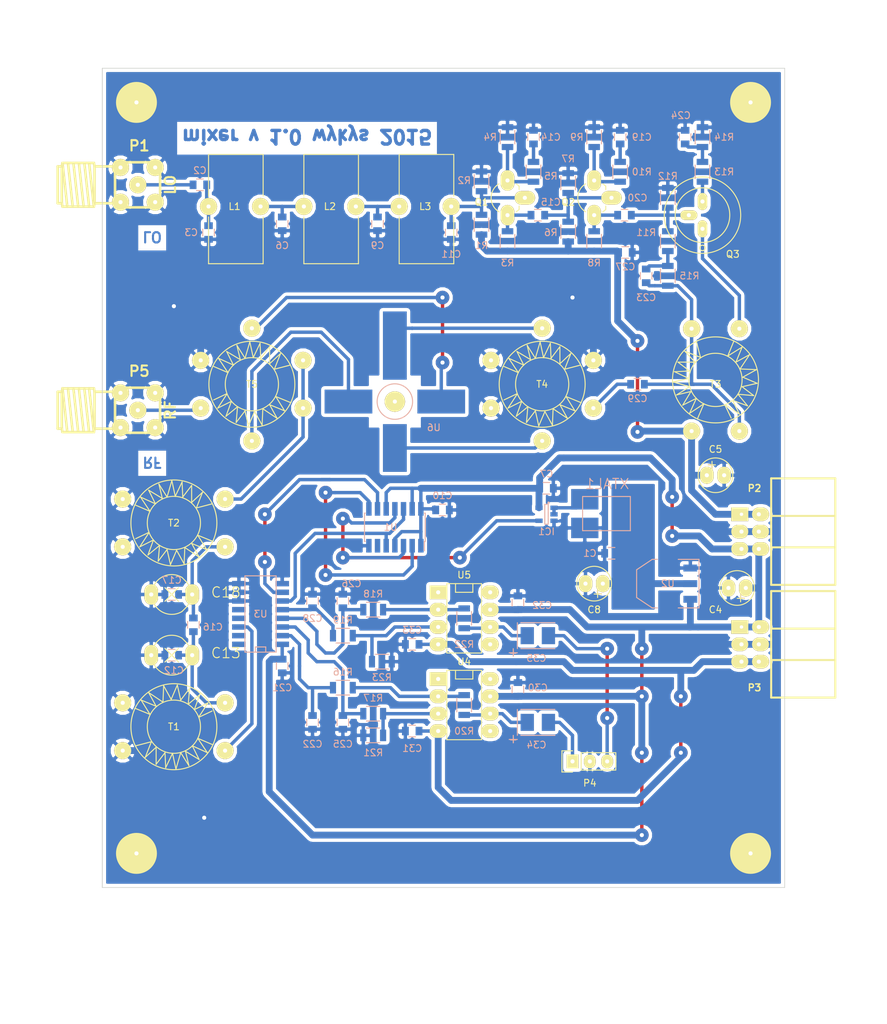
<source format=kicad_pcb>
(kicad_pcb (version 4) (host pcbnew 0.201504251001+5622~23~ubuntu14.04.1-product)
  (layers (0 F.Cu signal) (31 B.Cu signal) (34 B.Paste user) (35 F.Paste user) (36 B.SilkS user) (37 F.SilkS user) (38 B.Mask user) (39 F.Mask user) (44 Edge.Cuts user))
  (net 0 "")
  (net 1 +3V3)
  (net 2 GND)
  (net 3 "Net-(C2-Pad1)")
  (net 4 "Net-(C2-Pad2)")
  (net 5 +5V)
  (net 6 +12V)
  (net 7 "Net-(C6-Pad1)")
  (net 8 "Net-(C9-Pad1)")
  (net 9 "Net-(C11-Pad1)")
  (net 10 "Net-(C12-Pad1)")
  (net 11 "Net-(C14-Pad1)")
  (net 12 "Net-(C15-Pad1)")
  (net 13 "Net-(C15-Pad2)")
  (net 14 "Net-(C16-Pad1)")
  (net 15 "Net-(C19-Pad1)")
  (net 16 "Net-(C20-Pad1)")
  (net 17 "Net-(C20-Pad2)")
  (net 18 "Net-(C22-Pad1)")
  (net 19 "Net-(C23-Pad1)")
  (net 20 "Net-(C23-Pad2)")
  (net 21 "Net-(C24-Pad1)")
  (net 22 "Net-(C25-Pad1)")
  (net 23 "Net-(C26-Pad1)")
  (net 24 "Net-(C28-Pad1)")
  (net 25 "Net-(C29-Pad1)")
  (net 26 -5V)
  (net 27 "Net-(C34-Pad2)")
  (net 28 "Net-(C34-Pad1)")
  (net 29 "Net-(C35-Pad2)")
  (net 30 "Net-(C35-Pad1)")
  (net 31 "Net-(IC1-Pad1)")
  (net 32 /CLK)
  (net 33 "Net-(P5-Pad1)")
  (net 34 "Net-(Q1-Pad3)")
  (net 35 "Net-(Q2-Pad3)")
  (net 36 "Net-(Q3-Pad1)")
  (net 37 "Net-(Q3-Pad3)")
  (net 38 "Net-(R16-Pad1)")
  (net 39 "Net-(R17-Pad1)")
  (net 40 "Net-(R18-Pad1)")
  (net 41 "Net-(R19-Pad1)")
  (net 42 "Net-(T1-Pad4)")
  (net 43 /IF)
  (net 44 "Net-(T4-Pad1)")
  (net 45 "Net-(T4-Pad3)")
  (net 46 "Net-(T5-Pad1)")
  (net 47 "Net-(T5-Pad3)")
  (net 48 "Net-(U1-Pad2)")
  (net 49 /A0)
  (net 50 "Net-(U1-Pad6)")
  (net 51 /A1)
  (net 52 "Net-(U3-Pad5)")
  (net 53 "Net-(U3-Pad4)")
  (net 54 "Net-(U3-Pad2)")
  (net 55 "Net-(U3-Pad1)")
  (net 56 "Net-(U4-Pad1)")
  (net 57 "Net-(U4-Pad5)")
  (net 58 "Net-(U4-Pad8)")
  (net 59 "Net-(U5-Pad1)")
  (net 60 "Net-(U5-Pad5)")
  (net 61 "Net-(U5-Pad8)")
  (module SDRlib:M3 (layer F.Cu) (at 102.87 83.82)
    (fp_text reference REF** hide)
    (fp_text value M3)
    (pad "" np_thru_hole circle (at 0 0) (size 3 3) (drill 0.6) (layers *.Cu *.Mask F.SilkS))
  )
  (module Choke_Toroid_ThroughHole:Transformer_Toroid_horizontal_Diameter12-5mm_Amidon-T44 (layer F.Cu) (at 70.485 131.445)
    (fp_text reference T1 (at 0 0) (layer F.SilkS))
    (fp_text value TRXTOY)
    (pad 3 thru_hole circle (at -7.50062 3.50012) (size 2.5 2.5) (drill 0.6) (layers *.Cu *.Mask F.SilkS) (net 2 GND))
    (pad 4 thru_hole circle (at 7.50062 3.50012) (size 2.5 2.5) (drill 0.6) (layers *.Cu *.Mask F.SilkS) (net 42 "Net-(T1-Pad4)"))
    (pad 1 thru_hole circle (at -7.50062 -3.50012) (size 2.5 2.5) (drill 0.6) (layers *.Cu *.Mask F.SilkS) (net 2 GND))
    (pad 2 thru_hole circle (at 7.50062 -3.50012) (size 2.5 2.5) (drill 0.6) (layers *.Cu *.Mask F.SilkS) (net 10 "Net-(C12-Pad1)"))
  )
  (module Choke_Toroid_ThroughHole:Transformer_Toroid_horizontal_Diameter12-5mm_Amidon-T44 (layer F.Cu) (at 70.485 101.6 180)
    (fp_text reference T2 (at 0 0 180) (layer F.SilkS))
    (fp_text value TRXTOY)
    (pad 3 thru_hole circle (at -7.50062 3.50012 180) (size 2.5 2.5) (drill 0.6) (layers *.Cu *.Mask F.SilkS) (net 43 /IF))
    (pad 4 thru_hole circle (at 7.50062 3.50012 180) (size 2.5 2.5) (drill 0.6) (layers *.Cu *.Mask F.SilkS) (net 2 GND))
    (pad 1 thru_hole circle (at -7.50062 -3.50012 180) (size 2.5 2.5) (drill 0.6) (layers *.Cu *.Mask F.SilkS) (net 14 "Net-(C16-Pad1)"))
    (pad 2 thru_hole circle (at 7.50062 -3.50012 180) (size 2.5 2.5) (drill 0.6) (layers *.Cu *.Mask F.SilkS) (net 2 GND))
  )
  (module Choke_Toroid_ThroughHole:Transformer_Toroid_Tapped_horizontal_Diameter12-5mm_Amidon-T44 (layer F.Cu) (at 81.915 81.28 180)
    (fp_text reference T5 (at 0 0 180) (layer F.SilkS))
    (fp_text value TRMIX)
    (pad 2 thru_hole circle (at -7.50062 3.50012 180) (size 2.5 2.5) (drill 0.6) (layers *.Cu *.Mask F.SilkS) (net 43 /IF))
    (pad 5 thru_hole circle (at 7.50062 3.50012 180) (size 2.5 2.5) (drill 0.6) (layers *.Cu *.Mask F.SilkS) (net 2 GND))
    (pad 2 thru_hole circle (at -7.50062 -3.50012 180) (size 2.5 2.5) (drill 0.6) (layers *.Cu *.Mask F.SilkS) (net 43 /IF))
    (pad 4 thru_hole circle (at 7.50062 -3.50012 180) (size 2.5 2.5) (drill 0.6) (layers *.Cu *.Mask F.SilkS) (net 33 "Net-(P5-Pad1)"))
    (pad 3 thru_hole circle (at 0 8.19912 180) (size 2.5 2.5) (drill 0.6) (layers *.Cu *.Mask F.SilkS) (net 47 "Net-(T5-Pad3)"))
    (pad 1 thru_hole circle (at 0 -8.30072 180) (size 2.5 2.5) (drill 0.6) (layers *.Cu *.Mask F.SilkS) (net 46 "Net-(T5-Pad1)"))
  )
  (module Choke_Toroid_ThroughHole:Transformer_Toroid_Tapped_horizontal_Diameter12-5mm_Amidon-T44 (layer F.Cu) (at 124.46 81.28 180)
    (fp_text reference T4 (at 0 0 180) (layer F.SilkS))
    (fp_text value TRMIX)
    (pad 5 thru_hole circle (at -7.50062 3.50012 180) (size 2.5 2.5) (drill 0.6) (layers *.Cu *.Mask F.SilkS) (net 2 GND))
    (pad 2 thru_hole circle (at 7.50062 3.50012 180) (size 2.5 2.5) (drill 0.6) (layers *.Cu *.Mask F.SilkS) (net 2 GND))
    (pad 4 thru_hole circle (at -7.50062 -3.50012 180) (size 2.5 2.5) (drill 0.6) (layers *.Cu *.Mask F.SilkS) (net 25 "Net-(C29-Pad1)"))
    (pad 2 thru_hole circle (at 7.50062 -3.50012 180) (size 2.5 2.5) (drill 0.6) (layers *.Cu *.Mask F.SilkS) (net 2 GND))
    (pad 3 thru_hole circle (at 0 8.19912 180) (size 2.5 2.5) (drill 0.6) (layers *.Cu *.Mask F.SilkS) (net 45 "Net-(T4-Pad3)"))
    (pad 1 thru_hole circle (at 0 -8.30072 180) (size 2.5 2.5) (drill 0.6) (layers *.Cu *.Mask F.SilkS) (net 44 "Net-(T4-Pad1)"))
  )
  (module Choke_Toroid_ThroughHole:Transformer_Toroid_horizontal_Diameter12-5mm_Amidon-T44 (layer F.Cu) (at 149.86 80.645 270)
    (fp_text reference T3 (at 0.635 0 360) (layer F.SilkS))
    (fp_text value TR11)
    (pad 3 thru_hole circle (at -7.50062 3.50012 270) (size 2.5 2.5) (drill 0.6) (layers *.Cu *.Mask F.SilkS) (net 19 "Net-(C23-Pad1)"))
    (pad 4 thru_hole circle (at 7.50062 3.50012 270) (size 2.5 2.5) (drill 0.6) (layers *.Cu *.Mask F.SilkS) (net 6 +12V))
    (pad 1 thru_hole circle (at -7.50062 -3.50012 270) (size 2.5 2.5) (drill 0.6) (layers *.Cu *.Mask F.SilkS) (net 36 "Net-(Q3-Pad1)"))
    (pad 2 thru_hole circle (at 7.50062 -3.50012 270) (size 2.5 2.5) (drill 0.6) (layers *.Cu *.Mask F.SilkS) (net 19 "Net-(C23-Pad1)"))
  )
  (module Capacitors_SMD:C_0805 (layer B.Cu) (at 134.62 106.045 180)
    (fp_text reference C1 (at 3.175 0 180) (layer B.SilkS) (effects (justify mirror)))
    (fp_text value 100n)
    (pad 1 smd rect (at -1 0 180) (size 1 1.25) (layers B.Cu B.Paste B.Mask) (net 1 +3V3))
    (pad 2 smd rect (at 1 0 180) (size 1 1.25) (layers B.Cu B.Paste B.Mask) (net 2 GND))
  )
  (module Capacitors_SMD:C_0805 (layer B.Cu) (at 74.295 52.07 180)
    (fp_text reference C2 (at 0 2.1 180) (layer B.SilkS) (effects (justify mirror)))
    (fp_text value 100n)
    (pad 1 smd rect (at -1 0 180) (size 1 1.25) (layers B.Cu B.Paste B.Mask) (net 3 "Net-(C2-Pad1)"))
    (pad 2 smd rect (at 1 0 180) (size 1 1.25) (layers B.Cu B.Paste B.Mask) (net 4 "Net-(C2-Pad2)"))
  )
  (module Capacitors_SMD:C_0805 (layer B.Cu) (at 75.565 59.055 270)
    (fp_text reference C3 (at 0 2.54 360) (layer B.SilkS) (effects (justify mirror)))
    (fp_text value 47p)
    (pad 1 smd rect (at -1 0 270) (size 1 1.25) (layers B.Cu B.Paste B.Mask) (net 3 "Net-(C2-Pad1)"))
    (pad 2 smd rect (at 1 0 270) (size 1 1.25) (layers B.Cu B.Paste B.Mask) (net 2 GND))
  )
  (module Capacitors_Elko_ThroughHole:Elko_vert_11x5mm_RM2.5 (layer F.Cu) (at 154.305 111.125 180)
    (fp_text reference C4 (at 4.445 -3.175 180) (layer F.SilkS))
    (fp_text value 100u/35V)
    (fp_line (start 0.2032 -1.524) (end 1.27 -1.524) (layer F.Cu) (width 0.15))
    (fp_line (start 0.762 -2.032) (end 0.762 -0.9906) (layer F.Cu) (width 0.15))
    (pad 2 thru_hole oval (at 2.54 0 180) (size 2 2.5) (drill 0.6) (layers *.Cu *.Mask F.SilkS) (net 2 GND))
    (pad 1 thru_hole oval (at 0 0 180) (size 2 2.5) (drill 0.6) (layers *.Cu *.Mask F.SilkS) (net 5 +5V))
  )
  (module Capacitors_Elko_ThroughHole:Elko_vert_11x5mm_RM2.5 (layer F.Cu) (at 148.59 94.615)
    (fp_text reference C5 (at 1.27 -3.81) (layer F.SilkS))
    (fp_text value 100u/35V)
    (fp_line (start 0.2032 -1.524) (end 1.27 -1.524) (layer F.Cu) (width 0.15))
    (fp_line (start 0.762 -2.032) (end 0.762 -0.9906) (layer F.Cu) (width 0.15))
    (pad 2 thru_hole oval (at 2.54 0) (size 2 2.5) (drill 0.6) (layers *.Cu *.Mask F.SilkS) (net 2 GND))
    (pad 1 thru_hole oval (at 0 0) (size 2 2.5) (drill 0.6) (layers *.Cu *.Mask F.SilkS) (net 6 +12V))
  )
  (module Capacitors_SMD:C_0805 (layer B.Cu) (at 86.36 57.785 270)
    (fp_text reference C6 (at 3.175 0 360) (layer B.SilkS) (effects (justify mirror)))
    (fp_text value 180p)
    (pad 1 smd rect (at -1 0 270) (size 1 1.25) (layers B.Cu B.Paste B.Mask) (net 7 "Net-(C6-Pad1)"))
    (pad 2 smd rect (at 1 0 270) (size 1 1.25) (layers B.Cu B.Paste B.Mask) (net 2 GND))
  )
  (module Capacitors_SMD:C_0805 (layer B.Cu) (at 125.095 96.52 180)
    (fp_text reference C7 (at 0 2.1 180) (layer B.SilkS) (effects (justify mirror)))
    (fp_text value 100n)
    (pad 1 smd rect (at -1 0 180) (size 1 1.25) (layers B.Cu B.Paste B.Mask) (net 2 GND))
    (pad 2 smd rect (at 1 0 180) (size 1 1.25) (layers B.Cu B.Paste B.Mask) (net 5 +5V))
  )
  (module Capacitors_Elko_ThroughHole:Elko_vert_11x5mm_RM2.5 (layer F.Cu) (at 133.35 110.49 180)
    (fp_text reference C8 (at 1.27 -3.81 180) (layer F.SilkS))
    (fp_text value 22u/10V)
    (fp_line (start 0.2032 -1.524) (end 1.27 -1.524) (layer F.Cu) (width 0.15))
    (fp_line (start 0.762 -2.032) (end 0.762 -0.9906) (layer F.Cu) (width 0.15))
    (pad 2 thru_hole oval (at 2.54 0 180) (size 2 2.5) (drill 0.6) (layers *.Cu *.Mask F.SilkS) (net 2 GND))
    (pad 1 thru_hole oval (at 0 0 180) (size 2 2.5) (drill 0.6) (layers *.Cu *.Mask F.SilkS) (net 1 +3V3))
  )
  (module Capacitors_SMD:C_0805 (layer B.Cu) (at 100.33 57.785 270)
    (fp_text reference C9 (at 3.175 0 360) (layer B.SilkS) (effects (justify mirror)))
    (fp_text value 180p)
    (pad 1 smd rect (at -1 0 270) (size 1 1.25) (layers B.Cu B.Paste B.Mask) (net 8 "Net-(C9-Pad1)"))
    (pad 2 smd rect (at 1 0 270) (size 1 1.25) (layers B.Cu B.Paste B.Mask) (net 2 GND))
  )
  (module Capacitors_SMD:C_0805 (layer B.Cu) (at 109.855 99.695 180)
    (fp_text reference C10 (at 0 2.1 180) (layer B.SilkS) (effects (justify mirror)))
    (fp_text value 100n)
    (pad 1 smd rect (at -1 0 180) (size 1 1.25) (layers B.Cu B.Paste B.Mask) (net 2 GND))
    (pad 2 smd rect (at 1 0 180) (size 1 1.25) (layers B.Cu B.Paste B.Mask) (net 5 +5V))
  )
  (module Capacitors_SMD:C_0805 (layer B.Cu) (at 111.125 59.055 270)
    (fp_text reference C11 (at 3.175 0 360) (layer B.SilkS) (effects (justify mirror)))
    (fp_text value 47p)
    (pad 1 smd rect (at -1 0 270) (size 1 1.25) (layers B.Cu B.Paste B.Mask) (net 9 "Net-(C11-Pad1)"))
    (pad 2 smd rect (at 1 0 270) (size 1 1.25) (layers B.Cu B.Paste B.Mask) (net 2 GND))
  )
  (module Capacitors_SMD:C_0805 (layer B.Cu) (at 70.1675 120.9675 180)
    (fp_text reference C12 (at -0.3175 -2.2225 180) (layer B.SilkS) (effects (justify mirror)))
    (fp_text value 150p)
    (pad 1 smd rect (at -1 0 180) (size 1 1.25) (layers B.Cu B.Paste B.Mask) (net 10 "Net-(C12-Pad1)"))
    (pad 2 smd rect (at 1 0 180) (size 1 1.25) (layers B.Cu B.Paste B.Mask) (net 2 GND))
  )
  (module SDRlib:CT-6-50p (layer F.Cu) (at 70.1675 120.9675 180)
    (fp_text reference C13 (at -7.9375 0.3175 180) (layer F.SilkS) (effects (font (size 1.5 1.5))))
    (fp_text value 6-50p)
    (pad 1 thru_hole oval (at -3 0 180) (size 2 3) (drill 0.6) (layers *.Cu *.Mask F.SilkS) (net 10 "Net-(C12-Pad1)"))
    (pad 2 thru_hole oval (at 3 0 180) (size 2 3) (drill 0.6) (layers *.Cu *.Mask F.SilkS) (net 2 GND))
  )
  (module Capacitors_SMD:C_0805 (layer B.Cu) (at 123.19 45.085 90)
    (fp_text reference C14 (at 0 2.54 180) (layer B.SilkS) (effects (justify mirror)))
    (fp_text value 100n)
    (pad 1 smd rect (at -1 0 90) (size 1 1.25) (layers B.Cu B.Paste B.Mask) (net 11 "Net-(C14-Pad1)"))
    (pad 2 smd rect (at 1 0 90) (size 1 1.25) (layers B.Cu B.Paste B.Mask) (net 2 GND))
  )
  (module Capacitors_SMD:C_0805 (layer B.Cu) (at 123.825 56.515 180)
    (fp_text reference C15 (at -1.905 1.905 180) (layer B.SilkS) (effects (justify mirror)))
    (fp_text value 100n)
    (pad 1 smd rect (at -1 0 180) (size 1 1.25) (layers B.Cu B.Paste B.Mask) (net 12 "Net-(C15-Pad1)"))
    (pad 2 smd rect (at 1 0 180) (size 1 1.25) (layers B.Cu B.Paste B.Mask) (net 13 "Net-(C15-Pad2)"))
  )
  (module Capacitors_SMD:C_0805 (layer B.Cu) (at 73.3425 116.5225 270)
    (fp_text reference C16 (at 0.3175 -2.8575 360) (layer B.SilkS) (effects (justify mirror)))
    (fp_text value 4p7)
    (pad 1 smd rect (at -1 0 270) (size 1 1.25) (layers B.Cu B.Paste B.Mask) (net 14 "Net-(C16-Pad1)"))
    (pad 2 smd rect (at 1 0 270) (size 1 1.25) (layers B.Cu B.Paste B.Mask) (net 10 "Net-(C12-Pad1)"))
  )
  (module Capacitors_SMD:C_0805 (layer B.Cu) (at 70.1675 112.0775 180)
    (fp_text reference C17 (at 0 2.1 180) (layer B.SilkS) (effects (justify mirror)))
    (fp_text value 150p)
    (pad 1 smd rect (at -1 0 180) (size 1 1.25) (layers B.Cu B.Paste B.Mask) (net 14 "Net-(C16-Pad1)"))
    (pad 2 smd rect (at 1 0 180) (size 1 1.25) (layers B.Cu B.Paste B.Mask) (net 2 GND))
  )
  (module SDRlib:CT-6-50p (layer F.Cu) (at 70.1675 112.0775 180)
    (fp_text reference C18 (at -7.9375 0.3175 180) (layer F.SilkS) (effects (font (size 1.5 1.5))))
    (fp_text value 6-50p)
    (pad 1 thru_hole oval (at -3 0 180) (size 2 3) (drill 0.6) (layers *.Cu *.Mask F.SilkS) (net 14 "Net-(C16-Pad1)"))
    (pad 2 thru_hole oval (at 3 0 180) (size 2 3) (drill 0.6) (layers *.Cu *.Mask F.SilkS) (net 2 GND))
  )
  (module Capacitors_SMD:C_0805 (layer B.Cu) (at 135.89 45.085 90)
    (fp_text reference C19 (at 0 3.175 180) (layer B.SilkS) (effects (justify mirror)))
    (fp_text value 100n)
    (pad 1 smd rect (at -1 0 90) (size 1 1.25) (layers B.Cu B.Paste B.Mask) (net 15 "Net-(C19-Pad1)"))
    (pad 2 smd rect (at 1 0 90) (size 1 1.25) (layers B.Cu B.Paste B.Mask) (net 2 GND))
  )
  (module Capacitors_SMD:C_0805 (layer B.Cu) (at 136.525 56.515 180)
    (fp_text reference C20 (at -1.905 2.54 180) (layer B.SilkS) (effects (justify mirror)))
    (fp_text value 100n)
    (pad 1 smd rect (at -1 0 180) (size 1 1.25) (layers B.Cu B.Paste B.Mask) (net 16 "Net-(C20-Pad1)"))
    (pad 2 smd rect (at 1 0 180) (size 1 1.25) (layers B.Cu B.Paste B.Mask) (net 17 "Net-(C20-Pad2)"))
  )
  (module Capacitors_SMD:C_0805 (layer B.Cu) (at 86.36 122.555 90)
    (fp_text reference C21 (at -3.175 0 180) (layer B.SilkS) (effects (justify mirror)))
    (fp_text value 100n)
    (pad 1 smd rect (at -1 0 90) (size 1 1.25) (layers B.Cu B.Paste B.Mask) (net 2 GND))
    (pad 2 smd rect (at 1 0 90) (size 1 1.25) (layers B.Cu B.Paste B.Mask) (net 5 +5V))
  )
  (module Capacitors_SMD:C_0805 (layer B.Cu) (at 90.805 130.81 270)
    (fp_text reference C22 (at 3.175 0 360) (layer B.SilkS) (effects (justify mirror)))
    (fp_text value 100n)
    (pad 1 smd rect (at -1 0 270) (size 1 1.25) (layers B.Cu B.Paste B.Mask) (net 18 "Net-(C22-Pad1)"))
    (pad 2 smd rect (at 1 0 270) (size 1 1.25) (layers B.Cu B.Paste B.Mask) (net 2 GND))
  )
  (module Capacitors_SMD:C_0805 (layer B.Cu) (at 139.7 65.405 90)
    (fp_text reference C23 (at -3.175 0 180) (layer B.SilkS) (effects (justify mirror)))
    (fp_text value 100n)
    (pad 1 smd rect (at -1 0 90) (size 1 1.25) (layers B.Cu B.Paste B.Mask) (net 19 "Net-(C23-Pad1)"))
    (pad 2 smd rect (at 1 0 90) (size 1 1.25) (layers B.Cu B.Paste B.Mask) (net 20 "Net-(C23-Pad2)"))
  )
  (module Capacitors_SMD:C_0805 (layer B.Cu) (at 145.415 45.085 90)
    (fp_text reference C24 (at 3.175 -0.635 180) (layer B.SilkS) (effects (justify mirror)))
    (fp_text value 100n)
    (pad 1 smd rect (at -1 0 90) (size 1 1.25) (layers B.Cu B.Paste B.Mask) (net 21 "Net-(C24-Pad1)"))
    (pad 2 smd rect (at 1 0 90) (size 1 1.25) (layers B.Cu B.Paste B.Mask) (net 2 GND))
  )
  (module Capacitors_SMD:C_0805 (layer B.Cu) (at 95.25 130.81 270)
    (fp_text reference C25 (at 3.175 0 360) (layer B.SilkS) (effects (justify mirror)))
    (fp_text value 100n)
    (pad 1 smd rect (at -1 0 270) (size 1 1.25) (layers B.Cu B.Paste B.Mask) (net 22 "Net-(C25-Pad1)"))
    (pad 2 smd rect (at 1 0 270) (size 1 1.25) (layers B.Cu B.Paste B.Mask) (net 2 GND))
  )
  (module Capacitors_SMD:C_0805 (layer B.Cu) (at 95.25 113.03 90)
    (fp_text reference C26 (at 2.54 1.27 180) (layer B.SilkS) (effects (justify mirror)))
    (fp_text value 100n)
    (pad 1 smd rect (at -1 0 90) (size 1 1.25) (layers B.Cu B.Paste B.Mask) (net 23 "Net-(C26-Pad1)"))
    (pad 2 smd rect (at 1 0 90) (size 1 1.25) (layers B.Cu B.Paste B.Mask) (net 2 GND))
  )
  (module Capacitors_SMD:C_0805 (layer B.Cu) (at 136.652 61.976)
    (fp_text reference C27 (at 0 2.1) (layer B.SilkS) (effects (justify mirror)))
    (fp_text value 100n)
    (pad 1 smd rect (at -1 0) (size 1 1.25) (layers B.Cu B.Paste B.Mask) (net 6 +12V))
    (pad 2 smd rect (at 1 0) (size 1 1.25) (layers B.Cu B.Paste B.Mask) (net 2 GND))
  )
  (module Capacitors_SMD:C_0805 (layer B.Cu) (at 90.805 113.03 90)
    (fp_text reference C28 (at -2.54 0 180) (layer B.SilkS) (effects (justify mirror)))
    (fp_text value 100n)
    (pad 1 smd rect (at -1 0 90) (size 1 1.25) (layers B.Cu B.Paste B.Mask) (net 24 "Net-(C28-Pad1)"))
    (pad 2 smd rect (at 1 0 90) (size 1 1.25) (layers B.Cu B.Paste B.Mask) (net 2 GND))
  )
  (module Capacitors_SMD:C_0805 (layer B.Cu) (at 138.43 81.28)
    (fp_text reference C29 (at 0 2.1) (layer B.SilkS) (effects (justify mirror)))
    (fp_text value 100n)
    (pad 1 smd rect (at -1 0) (size 1 1.25) (layers B.Cu B.Paste B.Mask) (net 25 "Net-(C29-Pad1)"))
    (pad 2 smd rect (at 1 0) (size 1 1.25) (layers B.Cu B.Paste B.Mask) (net 19 "Net-(C23-Pad1)"))
  )
  (module Capacitors_SMD:C_0805 (layer B.Cu) (at 120.904 125.984 90)
    (fp_text reference C30 (at 0.254 2.921 180) (layer B.SilkS) (effects (justify mirror)))
    (fp_text value 100n)
    (pad 1 smd rect (at -1 0 90) (size 1 1.25) (layers B.Cu B.Paste B.Mask) (net 5 +5V))
    (pad 2 smd rect (at 1 0 90) (size 1 1.25) (layers B.Cu B.Paste B.Mask) (net 2 GND))
  )
  (module Capacitors_SMD:C_0805 (layer B.Cu) (at 105.41 132.08 180)
    (fp_text reference C31 (at 0 -2.54 180) (layer B.SilkS) (effects (justify mirror)))
    (fp_text value 100n)
    (pad 1 smd rect (at -1 0 180) (size 1 1.25) (layers B.Cu B.Paste B.Mask) (net 26 -5V))
    (pad 2 smd rect (at 1 0 180) (size 1 1.25) (layers B.Cu B.Paste B.Mask) (net 2 GND))
  )
  (module Capacitors_SMD:C_0805 (layer B.Cu) (at 120.904 113.284 90)
    (fp_text reference C32 (at -0.381 3.556 180) (layer B.SilkS) (effects (justify mirror)))
    (fp_text value 100n)
    (pad 1 smd rect (at -1 0 90) (size 1 1.25) (layers B.Cu B.Paste B.Mask) (net 5 +5V))
    (pad 2 smd rect (at 1 0 90) (size 1 1.25) (layers B.Cu B.Paste B.Mask) (net 2 GND))
  )
  (module Capacitors_SMD:C_0805 (layer B.Cu) (at 105.41 119.38 180)
    (fp_text reference C33 (at 0 2.1 180) (layer B.SilkS) (effects (justify mirror)))
    (fp_text value 100n)
    (pad 1 smd rect (at -1 0 180) (size 1 1.25) (layers B.Cu B.Paste B.Mask) (net 26 -5V))
    (pad 2 smd rect (at 1 0 180) (size 1 1.25) (layers B.Cu B.Paste B.Mask) (net 2 GND))
  )
  (module Capacitors_Tantalum_SMD:TantalC_SizeB_EIA-3528_Reflow (layer B.Cu) (at 123.825 130.81)
    (fp_text reference C34 (at -0.20066 3.29946) (layer B.SilkS) (effects (justify mirror)))
    (fp_text value 10u/10V)
    (fp_text user + (at -3.59918 2.49936) (layer B.SilkS) (effects (justify mirror)))
    (pad 2 smd rect (at 1.5494 0) (size 1.95072 2.49936) (layers B.Cu B.Paste B.Mask) (net 27 "Net-(C34-Pad2)"))
    (pad 1 smd rect (at -1.5494 0) (size 1.95072 2.49936) (layers B.Cu B.Paste B.Mask) (net 28 "Net-(C34-Pad1)"))
  )
  (module Capacitors_Tantalum_SMD:TantalC_SizeB_EIA-3528_Reflow (layer B.Cu) (at 123.825 118.11)
    (fp_text reference C35 (at -0.20066 3.29946) (layer B.SilkS) (effects (justify mirror)))
    (fp_text value 10u/10V)
    (fp_text user + (at -3.59918 2.49936) (layer B.SilkS) (effects (justify mirror)))
    (pad 2 smd rect (at 1.5494 0) (size 1.95072 2.49936) (layers B.Cu B.Paste B.Mask) (net 29 "Net-(C35-Pad2)"))
    (pad 1 smd rect (at -1.5494 0) (size 1.95072 2.49936) (layers B.Cu B.Paste B.Mask) (net 30 "Net-(C35-Pad1)"))
  )
  (module Housings_SOT-23_SOT-143_TSOT-6:SOT-23-5 (layer B.Cu) (at 125.095 100.33 180)
    (fp_text reference IC1 (at 0 -2.54 180) (layer B.SilkS) (effects (justify mirror)))
    (fp_text value 74VHC1G132DTT1G)
    (pad 1 smd rect (at -1.1 0.95 180) (size 1.06 0.65) (layers B.Cu B.Paste B.Mask) (net 31 "Net-(IC1-Pad1)"))
    (pad 2 smd rect (at -1.1 0 180) (size 1.06 0.65) (layers B.Cu B.Paste B.Mask) (net 31 "Net-(IC1-Pad1)"))
    (pad 3 smd rect (at -1.1 -0.95 180) (size 1.06 0.65) (layers B.Cu B.Paste B.Mask) (net 2 GND))
    (pad 4 smd rect (at 1.1 -0.95 180) (size 1.06 0.65) (layers B.Cu B.Paste B.Mask) (net 32 /CLK))
    (pad 5 smd rect (at 1.1 0.95 180) (size 1.06 0.65) (layers B.Cu B.Paste B.Mask) (net 5 +5V))
  )
  (module Choke_Toroid_ThroughHole:Choke_Toroid_8x16mm_Vertical (layer F.Cu) (at 75.565 47.625 270)
    (fp_text reference L1 (at 7.62 -3.81 360) (layer F.SilkS))
    (fp_text value 300n)
    (pad 1 thru_hole circle (at 7.62 0 270) (size 2.5 2.5) (drill 0.6) (layers *.Cu *.Mask F.SilkS) (net 3 "Net-(C2-Pad1)"))
    (pad 2 thru_hole circle (at 7.62 -7.62 270) (size 2.5 2.5) (drill 0.6) (layers *.Cu *.Mask F.SilkS) (net 7 "Net-(C6-Pad1)"))
  )
  (module Choke_Toroid_ThroughHole:Choke_Toroid_8x16mm_Vertical (layer F.Cu) (at 89.535 47.625 270)
    (fp_text reference L2 (at 7.62 -3.81 360) (layer F.SilkS))
    (fp_text value 480n)
    (pad 1 thru_hole circle (at 7.62 0 270) (size 2.5 2.5) (drill 0.6) (layers *.Cu *.Mask F.SilkS) (net 7 "Net-(C6-Pad1)"))
    (pad 2 thru_hole circle (at 7.62 -7.62 270) (size 2.5 2.5) (drill 0.6) (layers *.Cu *.Mask F.SilkS) (net 8 "Net-(C9-Pad1)"))
  )
  (module Choke_Toroid_ThroughHole:Choke_Toroid_8x16mm_Vertical (layer F.Cu) (at 103.505 47.625 270)
    (fp_text reference L3 (at 7.62 -3.81 360) (layer F.SilkS))
    (fp_text value 300n)
    (pad 1 thru_hole circle (at 7.62 0 270) (size 2.5 2.5) (drill 0.6) (layers *.Cu *.Mask F.SilkS) (net 8 "Net-(C9-Pad1)"))
    (pad 2 thru_hole circle (at 7.62 -7.62 270) (size 2.5 2.5) (drill 0.6) (layers *.Cu *.Mask F.SilkS) (net 9 "Net-(C11-Pad1)"))
  )
  (module SDRlib:sma_90_r300.124.403 (layer F.Cu) (at 60.96 52.07 270)
    (fp_text reference P1 (at -5.715 -4.445 360) (layer F.SilkS) (effects (font (thickness 0.3048))))
    (fp_text value LO (at 0 -9 270) (layer F.SilkS) (effects (font (thickness 0.3048))))
    (pad 1 thru_hole circle (at 0 -4.2418 270) (size 2.5 2.5) (drill 0.6) (layers *.Cu *.Mask F.SilkS) (net 4 "Net-(C2-Pad2)"))
    (pad 2 thru_hole circle (at 2.54 -6.7818 270) (size 2.5 2.5) (drill 0.6) (layers *.Cu *.Mask F.SilkS) (net 2 GND))
    (pad 2 thru_hole circle (at -2.54 -6.7818 270) (size 2.5 2.5) (drill 0.6) (layers *.Cu *.Mask F.SilkS) (net 2 GND))
    (pad 2 thru_hole circle (at -2.54 -1.7018 270) (size 2.5 2.5) (drill 0.6) (layers *.Cu *.Mask F.SilkS) (net 2 GND))
    (pad 2 thru_hole circle (at 2.54 -1.7018 270) (size 2.5 2.5) (drill 0.6) (layers *.Cu *.Mask F.SilkS) (net 2 GND))
  )
  (module SDRlib:vasch_strip_3x2_90 (layer F.Cu) (at 160.02 102.87 270)
    (fp_text reference P2 (at -6.35 4.445 360) (layer F.SilkS) (effects (font (thickness 0.2032))))
    (fp_text value MLW6 hide)
    (pad 1 thru_hole rect (at -2.54 6.35 270) (size 2 2.5) (drill 0.5 (offset 0 0.25)) (layers *.Cu *.Mask F.SilkS) (net 6 +12V))
    (pad 2 thru_hole oval (at -2.54 3.81 270) (size 2 2.5) (drill 0.6 (offset 0 -0.25)) (layers *.Cu *.Mask F.SilkS) (net 6 +12V))
    (pad 3 thru_hole oval (at 0 6.35 270) (size 2 2.5) (drill 0.6 (offset 0 0.25)) (layers *.Cu *.Mask F.SilkS) (net 2 GND))
    (pad 4 thru_hole oval (at 0 3.81 270) (size 2 2.5) (drill 0.6 (offset 0 -0.25)) (layers *.Cu *.Mask F.SilkS) (net 2 GND))
    (pad 5 thru_hole oval (at 2.54 6.35 270) (size 2 2.5) (drill 0.6 (offset 0 0.25)) (layers *.Cu *.Mask F.SilkS) (net 5 +5V))
    (pad 6 thru_hole oval (at 2.54 3.81 270) (size 2 2.5) (drill 0.6 (offset 0 -0.25)) (layers *.Cu *.Mask F.SilkS) (net 5 +5V))
  )
  (module SDRlib:vasch_strip_3x2_90 (layer F.Cu) (at 160.02 119.38 270)
    (fp_text reference P3 (at 6.35 4.445 360) (layer F.SilkS) (effects (font (thickness 0.2032))))
    (fp_text value MLW6 hide)
    (pad 1 thru_hole rect (at -2.54 6.35 270) (size 2 2.5) (drill 0.5 (offset 0 0.25)) (layers *.Cu *.Mask F.SilkS) (net 5 +5V))
    (pad 2 thru_hole oval (at -2.54 3.81 270) (size 2 2.5) (drill 0.6 (offset 0 -0.25)) (layers *.Cu *.Mask F.SilkS) (net 5 +5V))
    (pad 3 thru_hole oval (at 0 6.35 270) (size 2 2.5) (drill 0.6 (offset 0 0.25)) (layers *.Cu *.Mask F.SilkS) (net 2 GND))
    (pad 4 thru_hole oval (at 0 3.81 270) (size 2 2.5) (drill 0.6 (offset 0 -0.25)) (layers *.Cu *.Mask F.SilkS) (net 2 GND))
    (pad 5 thru_hole oval (at 2.54 6.35 270) (size 2 2.5) (drill 0.6 (offset 0 0.25)) (layers *.Cu *.Mask F.SilkS) (net 26 -5V))
    (pad 6 thru_hole oval (at 2.54 3.81 270) (size 2 2.5) (drill 0.6 (offset 0 -0.25)) (layers *.Cu *.Mask F.SilkS) (net 26 -5V))
  )
  (module Socket_Strips:Socket_Strip_Straight_1x03 (layer F.Cu) (at 128.905 136.525)
    (fp_text reference P4 (at 2.54 3.175) (layer F.SilkS))
    (fp_text value PSH02-3WG)
    (pad 1 thru_hole rect (at 0 0) (size 1.7272 2.032) (drill 0.6) (layers *.Cu *.Mask F.SilkS) (net 27 "Net-(C34-Pad2)"))
    (pad 2 thru_hole oval (at 2.54 0) (size 1.7272 2.032) (drill 0.6) (layers *.Cu *.Mask F.SilkS) (net 2 GND))
    (pad 3 thru_hole oval (at 5.08 0) (size 1.7272 2.032) (drill 0.6) (layers *.Cu *.Mask F.SilkS) (net 29 "Net-(C35-Pad2)"))
  )
  (module SDRlib:sma_90_r300.124.403 (layer F.Cu) (at 60.96 85.09 270)
    (fp_text reference P5 (at -5.715 -4.445 360) (layer F.SilkS) (effects (font (thickness 0.3048))))
    (fp_text value RF (at 0 -9 270) (layer F.SilkS) (effects (font (thickness 0.3048))))
    (pad 1 thru_hole circle (at 0 -4.2418 270) (size 2.5 2.5) (drill 0.6) (layers *.Cu *.Mask F.SilkS) (net 33 "Net-(P5-Pad1)"))
    (pad 2 thru_hole circle (at 2.54 -6.7818 270) (size 2.5 2.5) (drill 0.6) (layers *.Cu *.Mask F.SilkS) (net 2 GND))
    (pad 2 thru_hole circle (at -2.54 -6.7818 270) (size 2.5 2.5) (drill 0.6) (layers *.Cu *.Mask F.SilkS) (net 2 GND))
    (pad 2 thru_hole circle (at -2.54 -1.7018 270) (size 2.5 2.5) (drill 0.6) (layers *.Cu *.Mask F.SilkS) (net 2 GND))
    (pad 2 thru_hole circle (at 2.54 -1.7018 270) (size 2.5 2.5) (drill 0.6) (layers *.Cu *.Mask F.SilkS) (net 2 GND))
  )
  (module Transistors_OldSowjetAera:OldSowjetaera_Transistor_Type-II_BigPads (layer F.Cu) (at 147.955 56.515 90)
    (fp_text reference Q3 (at -5.715 4.445 180) (layer F.SilkS))
    (fp_text value KF630D)
    (pad 2 thru_hole oval (at 0 -2 90) (size 1.4 2.5) (drill 0.6) (layers *.Cu *.Mask F.SilkS) (net 16 "Net-(C20-Pad1)"))
    (pad 1 thru_hole oval (at -2 0 180) (size 1.4 2.5) (drill 0.6) (layers *.Cu *.Mask F.SilkS) (net 36 "Net-(Q3-Pad1)"))
    (pad 3 thru_hole oval (at 2 0 180) (size 1.4 2.5) (drill 0.6) (layers *.Cu *.Mask F.SilkS) (net 37 "Net-(Q3-Pad3)"))
  )
  (module Resistors_SMD:R_1206 (layer B.Cu) (at 115.57 57.912 90)
    (fp_text reference R1 (at -3.048 0 180) (layer B.SilkS) (effects (justify mirror)))
    (fp_text value 6k8)
    (pad 1 smd rect (at -1.45 0 90) (size 0.9 1.7) (layers B.Cu B.Paste B.Mask) (net 6 +12V))
    (pad 2 smd rect (at 1.45 0 90) (size 0.9 1.7) (layers B.Cu B.Paste B.Mask) (net 9 "Net-(C11-Pad1)"))
  )
  (module Resistors_SMD:R_1206 (layer B.Cu) (at 115.57 51.562 90)
    (fp_text reference R2 (at 0.127 -2.54 180) (layer B.SilkS) (effects (justify mirror)))
    (fp_text value 1k2)
    (pad 1 smd rect (at -1.45 0 90) (size 0.9 1.7) (layers B.Cu B.Paste B.Mask) (net 9 "Net-(C11-Pad1)"))
    (pad 2 smd rect (at 1.45 0 90) (size 0.9 1.7) (layers B.Cu B.Paste B.Mask) (net 2 GND))
  )
  (module Resistors_SMD:R_1206 (layer B.Cu) (at 119.38 60.325 90)
    (fp_text reference R3 (at -3.175 0 180) (layer B.SilkS) (effects (justify mirror)))
    (fp_text value 390R)
    (pad 1 smd rect (at -1.45 0 90) (size 0.9 1.7) (layers B.Cu B.Paste B.Mask) (net 6 +12V))
    (pad 2 smd rect (at 1.45 0 90) (size 0.9 1.7) (layers B.Cu B.Paste B.Mask) (net 13 "Net-(C15-Pad2)"))
  )
  (module Resistors_SMD:R_1206 (layer B.Cu) (at 119.38 45.085 90)
    (fp_text reference R4 (at 0 -2.54 180) (layer B.SilkS) (effects (justify mirror)))
    (fp_text value 68R)
    (pad 1 smd rect (at -1.45 0 90) (size 0.9 1.7) (layers B.Cu B.Paste B.Mask) (net 34 "Net-(Q1-Pad3)"))
    (pad 2 smd rect (at 1.45 0 90) (size 0.9 1.7) (layers B.Cu B.Paste B.Mask) (net 2 GND))
  )
  (module Resistors_SMD:R_1206 (layer B.Cu) (at 123.19 50.165 90)
    (fp_text reference R5 (at -0.635 2.54 180) (layer B.SilkS) (effects (justify mirror)))
    (fp_text value 150R)
    (pad 1 smd rect (at -1.45 0 90) (size 0.9 1.7) (layers B.Cu B.Paste B.Mask) (net 34 "Net-(Q1-Pad3)"))
    (pad 2 smd rect (at 1.45 0 90) (size 0.9 1.7) (layers B.Cu B.Paste B.Mask) (net 11 "Net-(C14-Pad1)"))
  )
  (module Resistors_SMD:R_1206 (layer B.Cu) (at 128.27 58.928 90)
    (fp_text reference R6 (at -0.127 -2.54 180) (layer B.SilkS) (effects (justify mirror)))
    (fp_text value 6k8)
    (pad 1 smd rect (at -1.45 0 90) (size 0.9 1.7) (layers B.Cu B.Paste B.Mask) (net 6 +12V))
    (pad 2 smd rect (at 1.45 0 90) (size 0.9 1.7) (layers B.Cu B.Paste B.Mask) (net 12 "Net-(C15-Pad1)"))
  )
  (module Resistors_SMD:R_1206 (layer B.Cu) (at 128.27 51.816 90)
    (fp_text reference R7 (at 3.556 0 180) (layer B.SilkS) (effects (justify mirror)))
    (fp_text value 1k2)
    (pad 1 smd rect (at -1.45 0 90) (size 0.9 1.7) (layers B.Cu B.Paste B.Mask) (net 12 "Net-(C15-Pad1)"))
    (pad 2 smd rect (at 1.45 0 90) (size 0.9 1.7) (layers B.Cu B.Paste B.Mask) (net 2 GND))
  )
  (module Resistors_SMD:R_1206 (layer B.Cu) (at 132.08 60.325 90)
    (fp_text reference R8 (at -3.175 0 180) (layer B.SilkS) (effects (justify mirror)))
    (fp_text value 390R)
    (pad 1 smd rect (at -1.45 0 90) (size 0.9 1.7) (layers B.Cu B.Paste B.Mask) (net 6 +12V))
    (pad 2 smd rect (at 1.45 0 90) (size 0.9 1.7) (layers B.Cu B.Paste B.Mask) (net 17 "Net-(C20-Pad2)"))
  )
  (module Resistors_SMD:R_1206 (layer B.Cu) (at 132.08 45.085 90)
    (fp_text reference R9 (at 0 -2.54 180) (layer B.SilkS) (effects (justify mirror)))
    (fp_text value 68R)
    (pad 1 smd rect (at -1.45 0 90) (size 0.9 1.7) (layers B.Cu B.Paste B.Mask) (net 35 "Net-(Q2-Pad3)"))
    (pad 2 smd rect (at 1.45 0 90) (size 0.9 1.7) (layers B.Cu B.Paste B.Mask) (net 2 GND))
  )
  (module Resistors_SMD:R_1206 (layer B.Cu) (at 135.89 50.165 90)
    (fp_text reference R10 (at 0 3.175 180) (layer B.SilkS) (effects (justify mirror)))
    (fp_text value 150R)
    (pad 1 smd rect (at -1.45 0 90) (size 0.9 1.7) (layers B.Cu B.Paste B.Mask) (net 35 "Net-(Q2-Pad3)"))
    (pad 2 smd rect (at 1.45 0 90) (size 0.9 1.7) (layers B.Cu B.Paste B.Mask) (net 15 "Net-(C19-Pad1)"))
  )
  (module Resistors_SMD:R_1206 (layer B.Cu) (at 142.875 60.325 90)
    (fp_text reference R11 (at 1.27 -3.175 180) (layer B.SilkS) (effects (justify mirror)))
    (fp_text value 560R)
    (pad 1 smd rect (at -1.45 0 90) (size 0.9 1.7) (layers B.Cu B.Paste B.Mask) (net 20 "Net-(C23-Pad2)"))
    (pad 2 smd rect (at 1.45 0 90) (size 0.9 1.7) (layers B.Cu B.Paste B.Mask) (net 16 "Net-(C20-Pad1)"))
  )
  (module Resistors_SMD:R_1206 (layer B.Cu) (at 142.875 53.975 90)
    (fp_text reference R12 (at 3.175 0 180) (layer B.SilkS) (effects (justify mirror)))
    (fp_text value 500R)
    (pad 1 smd rect (at -1.45 0 90) (size 0.9 1.7) (layers B.Cu B.Paste B.Mask) (net 16 "Net-(C20-Pad1)"))
    (pad 2 smd rect (at 1.45 0 90) (size 0.9 1.7) (layers B.Cu B.Paste B.Mask) (net 2 GND))
  )
  (module Resistors_SMD:R_1206 (layer B.Cu) (at 147.955 50.165 90)
    (fp_text reference R13 (at 0 3.175 180) (layer B.SilkS) (effects (justify mirror)))
    (fp_text value 4R7)
    (pad 1 smd rect (at -1.45 0 90) (size 0.9 1.7) (layers B.Cu B.Paste B.Mask) (net 37 "Net-(Q3-Pad3)"))
    (pad 2 smd rect (at 1.45 0 90) (size 0.9 1.7) (layers B.Cu B.Paste B.Mask) (net 21 "Net-(C24-Pad1)"))
  )
  (module Resistors_SMD:R_1206 (layer B.Cu) (at 147.955 45.085 90)
    (fp_text reference R14 (at 0 3.175 180) (layer B.SilkS) (effects (justify mirror)))
    (fp_text value 12R)
    (pad 1 smd rect (at -1.45 0 90) (size 0.9 1.7) (layers B.Cu B.Paste B.Mask) (net 21 "Net-(C24-Pad1)"))
    (pad 2 smd rect (at 1.45 0 90) (size 0.9 1.7) (layers B.Cu B.Paste B.Mask) (net 2 GND))
  )
  (module Resistors_SMD:R_1206 (layer B.Cu) (at 142.875 65.405 90)
    (fp_text reference R15 (at 0 3.175 180) (layer B.SilkS) (effects (justify mirror)))
    (fp_text value 3k3)
    (pad 1 smd rect (at -1.45 0 90) (size 0.9 1.7) (layers B.Cu B.Paste B.Mask) (net 19 "Net-(C23-Pad1)"))
    (pad 2 smd rect (at 1.45 0 90) (size 0.9 1.7) (layers B.Cu B.Paste B.Mask) (net 20 "Net-(C23-Pad2)"))
  )
  (module Resistors_SMD:R_1206 (layer B.Cu) (at 95.25 125.73 180)
    (fp_text reference R16 (at 0 2.3 180) (layer B.SilkS) (effects (justify mirror)))
    (fp_text value 1k)
    (pad 1 smd rect (at -1.45 0 180) (size 0.9 1.7) (layers B.Cu B.Paste B.Mask) (net 38 "Net-(R16-Pad1)"))
    (pad 2 smd rect (at 1.45 0 180) (size 0.9 1.7) (layers B.Cu B.Paste B.Mask) (net 18 "Net-(C22-Pad1)"))
  )
  (module Resistors_SMD:R_1206 (layer B.Cu) (at 99.695 129.54 180)
    (fp_text reference R17 (at 0 2.3 180) (layer B.SilkS) (effects (justify mirror)))
    (fp_text value 1k)
    (pad 1 smd rect (at -1.45 0 180) (size 0.9 1.7) (layers B.Cu B.Paste B.Mask) (net 39 "Net-(R17-Pad1)"))
    (pad 2 smd rect (at 1.45 0 180) (size 0.9 1.7) (layers B.Cu B.Paste B.Mask) (net 22 "Net-(C25-Pad1)"))
  )
  (module Resistors_SMD:R_1206 (layer B.Cu) (at 99.695 114.3 180)
    (fp_text reference R18 (at 0 2.3 180) (layer B.SilkS) (effects (justify mirror)))
    (fp_text value 1k)
    (pad 1 smd rect (at -1.45 0 180) (size 0.9 1.7) (layers B.Cu B.Paste B.Mask) (net 40 "Net-(R18-Pad1)"))
    (pad 2 smd rect (at 1.45 0 180) (size 0.9 1.7) (layers B.Cu B.Paste B.Mask) (net 23 "Net-(C26-Pad1)"))
  )
  (module Resistors_SMD:R_1206 (layer B.Cu) (at 95.25 118.11 180)
    (fp_text reference R19 (at 0 2.3 180) (layer B.SilkS) (effects (justify mirror)))
    (fp_text value 1k)
    (pad 1 smd rect (at -1.45 0 180) (size 0.9 1.7) (layers B.Cu B.Paste B.Mask) (net 41 "Net-(R19-Pad1)"))
    (pad 2 smd rect (at 1.45 0 180) (size 0.9 1.7) (layers B.Cu B.Paste B.Mask) (net 24 "Net-(C28-Pad1)"))
  )
  (module Resistors_SMD:R_1206 (layer B.Cu) (at 113.03 128.27 90)
    (fp_text reference R20 (at -3.81 0 180) (layer B.SilkS) (effects (justify mirror)))
    (fp_text value 10k)
    (pad 1 smd rect (at -1.45 0 90) (size 0.9 1.7) (layers B.Cu B.Paste B.Mask) (net 28 "Net-(C34-Pad1)"))
    (pad 2 smd rect (at 1.45 0 90) (size 0.9 1.7) (layers B.Cu B.Paste B.Mask) (net 38 "Net-(R16-Pad1)"))
  )
  (module Resistors_SMD:R_1206 (layer B.Cu) (at 99.695 132.715 180)
    (fp_text reference R21 (at 0 -2.54 180) (layer B.SilkS) (effects (justify mirror)))
    (fp_text value 10k)
    (pad 1 smd rect (at -1.45 0 180) (size 0.9 1.7) (layers B.Cu B.Paste B.Mask) (net 39 "Net-(R17-Pad1)"))
    (pad 2 smd rect (at 1.45 0 180) (size 0.9 1.7) (layers B.Cu B.Paste B.Mask) (net 2 GND))
  )
  (module Resistors_SMD:R_1206 (layer B.Cu) (at 113.03 115.57 90)
    (fp_text reference R22 (at -3.81 0 180) (layer B.SilkS) (effects (justify mirror)))
    (fp_text value 10k)
    (pad 1 smd rect (at -1.45 0 90) (size 0.9 1.7) (layers B.Cu B.Paste B.Mask) (net 30 "Net-(C35-Pad1)"))
    (pad 2 smd rect (at 1.45 0 90) (size 0.9 1.7) (layers B.Cu B.Paste B.Mask) (net 40 "Net-(R18-Pad1)"))
  )
  (module Resistors_SMD:R_1206 (layer B.Cu) (at 100.965 121.92)
    (fp_text reference R23 (at 0 2.3) (layer B.SilkS) (effects (justify mirror)))
    (fp_text value 10k)
    (pad 1 smd rect (at -1.45 0) (size 0.9 1.7) (layers B.Cu B.Paste B.Mask) (net 41 "Net-(R19-Pad1)"))
    (pad 2 smd rect (at 1.45 0) (size 0.9 1.7) (layers B.Cu B.Paste B.Mask) (net 2 GND))
  )
  (module Housings_SOIC:SOIC-14_3.9x8.7mm_Pitch1.27mm (layer B.Cu) (at 102.87 102.235 90)
    (fp_text reference U1 (at 0 -0.635 180) (layer B.SilkS) (effects (justify mirror)))
    (fp_text value 74F74)
    (pad 1 smd rect (at -2.7 3.81 90) (size 2 0.8) (layers B.Cu B.Paste B.Mask) (net 5 +5V))
    (pad 2 smd rect (at -2.7 2.54 90) (size 2 0.8) (layers B.Cu B.Paste B.Mask) (net 48 "Net-(U1-Pad2)"))
    (pad 3 smd rect (at -2.7 1.27 90) (size 2 0.8) (layers B.Cu B.Paste B.Mask) (net 32 /CLK))
    (pad 4 smd rect (at -2.7 0 90) (size 2 0.8) (layers B.Cu B.Paste B.Mask) (net 5 +5V))
    (pad 5 smd rect (at -2.7 -1.27 90) (size 2 0.8) (layers B.Cu B.Paste B.Mask) (net 49 /A0))
    (pad 6 smd rect (at -2.7 -2.54 90) (size 2 0.8) (layers B.Cu B.Paste B.Mask) (net 50 "Net-(U1-Pad6)"))
    (pad 7 smd rect (at -2.7 -3.81 90) (size 2 0.8) (layers B.Cu B.Paste B.Mask) (net 2 GND))
    (pad 8 smd rect (at 2.7 -3.81 90) (size 2 0.8) (layers B.Cu B.Paste B.Mask) (net 48 "Net-(U1-Pad2)"))
    (pad 9 smd rect (at 2.7 -2.54 90) (size 2 0.8) (layers B.Cu B.Paste B.Mask) (net 51 /A1))
    (pad 10 smd rect (at 2.7 -1.27 90) (size 2 0.8) (layers B.Cu B.Paste B.Mask) (net 5 +5V))
    (pad 11 smd rect (at 2.7 0 90) (size 2 0.8) (layers B.Cu B.Paste B.Mask) (net 32 /CLK))
    (pad 12 smd rect (at 2.7 1.27 90) (size 2 0.8) (layers B.Cu B.Paste B.Mask) (net 49 /A0))
    (pad 13 smd rect (at 2.7 2.54 90) (size 2 0.8) (layers B.Cu B.Paste B.Mask) (net 5 +5V))
    (pad 14 smd rect (at 2.7 3.81 90) (size 2 0.8) (layers B.Cu B.Paste B.Mask) (net 5 +5V))
  )
  (module SMD_Packages:SOT-223 (layer B.Cu) (at 142.875 110.49 270)
    (fp_text reference U2 (at 0 0 360) (layer B.SilkS) (effects (justify mirror)))
    (fp_text value LD1117S33CTR)
    (pad 4 smd rect (at 0 3.302 270) (size 3.6576 2.032) (layers B.Cu B.Paste B.Mask) (net 1 +3V3))
    (pad 2 smd rect (at 0 -3.302 270) (size 1.016 2.032) (layers B.Cu B.Paste B.Mask) (net 1 +3V3))
    (pad 3 smd rect (at 2.286 -3.302 270) (size 1.016 2.032) (layers B.Cu B.Paste B.Mask) (net 5 +5V))
    (pad 1 smd rect (at -2.286 -3.302 270) (size 1.016 2.032) (layers B.Cu B.Paste B.Mask) (net 2 GND))
  )
  (module SMD_Packages:SO-16-N (layer B.Cu) (at 83.185 114.935 90)
    (fp_text reference U3 (at 0 0 180) (layer B.SilkS) (effects (justify mirror)))
    (fp_text value 74HC4051)
    (pad 16 smd rect (at -4.445 3.175 90) (size 0.8 2) (layers B.Cu B.Paste B.Mask) (net 5 +5V))
    (pad 14 smd rect (at -1.905 3.175 90) (size 0.8 2) (layers B.Cu B.Paste B.Mask) (net 22 "Net-(C25-Pad1)"))
    (pad 13 smd rect (at -0.635 3.175 90) (size 0.8 2) (layers B.Cu B.Paste B.Mask) (net 23 "Net-(C26-Pad1)"))
    (pad 12 smd rect (at 0.635 3.175 90) (size 0.8 2) (layers B.Cu B.Paste B.Mask) (net 24 "Net-(C28-Pad1)"))
    (pad 11 smd rect (at 1.905 3.175 90) (size 0.8 2) (layers B.Cu B.Paste B.Mask) (net 49 /A0))
    (pad 10 smd rect (at 3.175 3.175 90) (size 0.8 2) (layers B.Cu B.Paste B.Mask) (net 51 /A1))
    (pad 9 smd rect (at 4.445 3.175 90) (size 0.8 2) (layers B.Cu B.Paste B.Mask) (net 2 GND))
    (pad 8 smd rect (at 4.445 -3.175 90) (size 0.8 2) (layers B.Cu B.Paste B.Mask) (net 2 GND))
    (pad 7 smd rect (at 3.175 -3.175 90) (size 0.8 2) (layers B.Cu B.Paste B.Mask) (net 2 GND))
    (pad 6 smd rect (at 1.905 -3.175 90) (size 0.8 2) (layers B.Cu B.Paste B.Mask) (net 2 GND))
    (pad 5 smd rect (at 0.635 -3.175 90) (size 0.8 2) (layers B.Cu B.Paste B.Mask) (net 52 "Net-(U3-Pad5)"))
    (pad 4 smd rect (at -0.635 -3.175 90) (size 0.8 2) (layers B.Cu B.Paste B.Mask) (net 53 "Net-(U3-Pad4)"))
    (pad 3 smd rect (at -1.905 -3.175 90) (size 0.8 2) (layers B.Cu B.Paste B.Mask) (net 42 "Net-(T1-Pad4)"))
    (pad 2 smd rect (at -3.175 -3.175 90) (size 0.8 2) (layers B.Cu B.Paste B.Mask) (net 54 "Net-(U3-Pad2)"))
    (pad 1 smd rect (at -4.445 -3.175 90) (size 0.8 2) (layers B.Cu B.Paste B.Mask) (net 55 "Net-(U3-Pad1)"))
    (pad 15 smd rect (at -3.175 3.175 90) (size 0.8 2) (layers B.Cu B.Paste B.Mask) (net 18 "Net-(C22-Pad1)"))
  )
  (module Sockets_DIP:DIP-8__300_ELL (layer F.Cu) (at 113.03 128.27 270)
    (fp_text reference U4 (at -6.35 0 360) (layer F.SilkS))
    (fp_text value AD8055)
    (pad 1 thru_hole rect (at -3.81 3.81 270) (size 2 2.5) (drill 0.6) (layers *.Cu *.Mask F.SilkS) (net 56 "Net-(U4-Pad1)"))
    (pad 2 thru_hole oval (at -1.27 3.81 270) (size 2 2.5) (drill 0.6) (layers *.Cu *.Mask F.SilkS) (net 38 "Net-(R16-Pad1)"))
    (pad 3 thru_hole oval (at 1.27 3.81 270) (size 2 2.5) (drill 0.6) (layers *.Cu *.Mask F.SilkS) (net 39 "Net-(R17-Pad1)"))
    (pad 4 thru_hole oval (at 3.81 3.81 270) (size 2 2.5) (drill 0.6) (layers *.Cu *.Mask F.SilkS) (net 26 -5V))
    (pad 5 thru_hole oval (at 3.81 -3.81 270) (size 2 2.5) (drill 0.6) (layers *.Cu *.Mask F.SilkS) (net 57 "Net-(U4-Pad5)"))
    (pad 6 thru_hole oval (at 1.27 -3.81 270) (size 2 2.5) (drill 0.6) (layers *.Cu *.Mask F.SilkS) (net 28 "Net-(C34-Pad1)"))
    (pad 7 thru_hole oval (at -1.27 -3.81 270) (size 2 2.5) (drill 0.6) (layers *.Cu *.Mask F.SilkS) (net 5 +5V))
    (pad 8 thru_hole oval (at -3.81 -3.81 270) (size 2 2.5) (drill 0.6) (layers *.Cu *.Mask F.SilkS) (net 58 "Net-(U4-Pad8)"))
  )
  (module Sockets_DIP:DIP-8__300_ELL (layer F.Cu) (at 113.03 115.57 270)
    (fp_text reference U5 (at -6.35 0 360) (layer F.SilkS))
    (fp_text value AD8055)
    (pad 1 thru_hole rect (at -3.81 3.81 270) (size 2 2.5) (drill 0.6) (layers *.Cu *.Mask F.SilkS) (net 59 "Net-(U5-Pad1)"))
    (pad 2 thru_hole oval (at -1.27 3.81 270) (size 2 2.5) (drill 0.6) (layers *.Cu *.Mask F.SilkS) (net 40 "Net-(R18-Pad1)"))
    (pad 3 thru_hole oval (at 1.27 3.81 270) (size 2 2.5) (drill 0.6) (layers *.Cu *.Mask F.SilkS) (net 41 "Net-(R19-Pad1)"))
    (pad 4 thru_hole oval (at 3.81 3.81 270) (size 2 2.5) (drill 0.6) (layers *.Cu *.Mask F.SilkS) (net 26 -5V))
    (pad 5 thru_hole oval (at 3.81 -3.81 270) (size 2 2.5) (drill 0.6) (layers *.Cu *.Mask F.SilkS) (net 60 "Net-(U5-Pad5)"))
    (pad 6 thru_hole oval (at 1.27 -3.81 270) (size 2 2.5) (drill 0.6) (layers *.Cu *.Mask F.SilkS) (net 30 "Net-(C35-Pad1)"))
    (pad 7 thru_hole oval (at -1.27 -3.81 270) (size 2 2.5) (drill 0.6) (layers *.Cu *.Mask F.SilkS) (net 5 +5V))
    (pad 8 thru_hole oval (at -3.81 -3.81 270) (size 2 2.5) (drill 0.6) (layers *.Cu *.Mask F.SilkS) (net 61 "Net-(U5-Pad8)"))
  )
  (module Housings_TO-50:PowerMacro_PackageStyle-M234_NoHole_Housing (layer B.Cu) (at 102.87 83.82)
    (fp_text reference U6 (at 5.715 3.81) (layer B.SilkS) (effects (justify mirror)))
    (fp_text value KAS44)
    (pad 1 smd rect (at 0 6.8) (size 3.5 7) (layers B.Cu B.Paste B.Mask) (net 44 "Net-(T4-Pad1)"))
    (pad 2 smd rect (at -6.8 0) (size 7 3.5) (layers B.Cu B.Paste B.Mask) (net 46 "Net-(T5-Pad1)"))
    (pad 3 smd rect (at 0 -8.2) (size 3.5 10) (layers B.Cu B.Paste B.Mask) (net 45 "Net-(T4-Pad3)"))
    (pad 4 smd rect (at 6.8 0) (size 7 3.5) (layers B.Cu B.Paste B.Mask) (net 47 "Net-(T5-Pad3)"))
  )
  (module SDRlib:SMD7x5 (layer B.Cu) (at 133.985 100.33 180)
    (fp_text reference XTAL1 (at 0 4.445 180) (layer B.SilkS) (effects (font (size 1.5 1.5)) (justify mirror)))
    (fp_text value CFPS)
    (pad 1 smd rect (at -3.1 -2 180) (size 4 3) (layers B.Cu B.Paste B.Mask) (net 1 +3V3))
    (pad 2 smd rect (at 3.28 -2 180) (size 4 3) (layers B.Cu B.Paste B.Mask) (net 2 GND))
    (pad 3 smd rect (at 3.28 2.2 180) (size 4 3) (layers B.Cu B.Paste B.Mask) (net 31 "Net-(IC1-Pad1)"))
    (pad 4 smd rect (at -3.1 2.2 180) (size 4 3) (layers B.Cu B.Paste B.Mask) (net 1 +3V3))
  )
  (module Housings_TO-92:TO-92_Rugged_Reverse (layer F.Cu) (at 132.08 56.515 90)
    (fp_text reference Q2 (at 1.905 -3.81 180) (layer F.SilkS))
    (fp_text value KF190)
    (pad 2 thru_hole oval (at 2.54 2.54 180) (size 2.99974 1.99898) (drill 0.6) (layers *.Cu *.Mask F.SilkS) (net 12 "Net-(C15-Pad1)"))
    (pad 1 thru_hole oval (at 0 0 180) (size 1.99898 2.99974) (drill 0.6) (layers *.Cu *.Mask F.SilkS) (net 17 "Net-(C20-Pad2)"))
    (pad 3 thru_hole oval (at 5.08 0 180) (size 1.99898 2.99974) (drill 0.6) (layers *.Cu *.Mask F.SilkS) (net 35 "Net-(Q2-Pad3)"))
  )
  (module Housings_TO-92:TO-92_Rugged_Reverse (layer F.Cu) (at 119.38 56.515 90)
    (fp_text reference Q1 (at 1.905 -3.81 180) (layer F.SilkS))
    (fp_text value KF190)
    (pad 2 thru_hole oval (at 2.54 2.54 180) (size 2.99974 1.99898) (drill 0.6) (layers *.Cu *.Mask F.SilkS) (net 9 "Net-(C11-Pad1)"))
    (pad 1 thru_hole oval (at 0 0 180) (size 1.99898 2.99974) (drill 0.6) (layers *.Cu *.Mask F.SilkS) (net 13 "Net-(C15-Pad2)"))
    (pad 3 thru_hole oval (at 5.08 0 180) (size 1.99898 2.99974) (drill 0.6) (layers *.Cu *.Mask F.SilkS) (net 34 "Net-(Q1-Pad3)"))
  )
  (module SDRlib:M3 (layer F.Cu) (at 155 40)
    (fp_text reference REF** hide)
    (fp_text value M3)
    (pad 1 thru_hole circle (at 0 0) (size 6 6) (drill 0.6) (layers *.Cu *.Mask F.SilkS) (net 2 GND))
  )
  (module SDRlib:M3 (layer F.Cu) (at 65 40)
    (fp_text reference REF** hide)
    (fp_text value M3)
    (pad 1 thru_hole circle (at 0 0) (size 6 6) (drill 0.6) (layers *.Cu *.Mask F.SilkS) (net 2 GND))
  )
  (module SDRlib:M3 (layer F.Cu) (at 65 150)
    (fp_text reference REF** hide)
    (fp_text value M3)
    (pad 1 thru_hole circle (at 0 0) (size 6 6) (drill 0.6) (layers *.Cu *.Mask F.SilkS) (net 2 GND))
  )
  (module SDRlib:M3 (layer F.Cu) (at 155 150)
    (fp_text reference REF** hide)
    (fp_text value M3)
    (pad 1 thru_hole circle (at 0 0) (size 6 6) (drill 0.6) (layers *.Cu *.Mask F.SilkS) (net 2 GND))
  )
  (gr_text RF (at 67.31 92.71 180) (layer B.Cu) (effects (font (size 1.5 1.5) (thickness 0.3)) (justify mirror)))
  (gr_text LO (at 67.31 59.69 180) (layer B.Cu) (effects (font (size 1.5 1.5) (thickness 0.3)) (justify mirror)))
  (gr_text "mixer v 1.0 wykys 2015" (at 90 45 180) (layer B.Cu) (effects (font (size 2 2) (thickness 0.5)) (justify mirror)))
  (gr_line (start 160 155) (end 60 155) (angle 90) (layer Edge.Cuts) (width 0.1))
  (gr_line (start 160 35) (end 160 155) (angle 90) (layer Edge.Cuts) (width 0.1))
  (gr_line (start 60 35) (end 160 35) (angle 90) (layer Edge.Cuts) (width 0.1))
  (gr_line (start 60 155) (end 60 35) (angle 90) (layer Edge.Cuts) (width 0.1))
  (gr_line (start 60 35) (end 60 155) (angle 90) (layer Edge.Cuts) (width 0.1))
  (segment (start 146.177 110.49) (end 139.573 110.49) (width 1) (layer B.Cu) (net 1))
  (segment (start 133.35 110.49) (end 139.573 110.49) (width 1) (layer B.Cu) (net 1))
  (segment (start 135.62 106.537) (end 139.573 110.49) (width 1) (layer B.Cu) (net 1))
  (segment (start 135.62 106.045) (end 135.62 106.537) (width 1) (layer B.Cu) (net 1))
  (segment (start 135.62 103.795) (end 137.085 102.33) (width 1) (layer B.Cu) (net 1))
  (segment (start 135.62 106.045) (end 135.62 103.795) (width 1) (layer B.Cu) (net 1))
  (segment (start 153.67 102.87) (end 151.13 102.87) (width 1) (layer B.Cu) (net 2))
  (segment (start 153.67 102.87) (end 156.21 102.87) (width 1) (layer B.Cu) (net 2))
  (segment (start 156.21 102.87) (end 158.115 102.87) (width 1) (layer B.Cu) (net 2))
  (segment (start 153.67 119.38) (end 149.86 119.38) (width 1) (layer B.Cu) (net 2))
  (segment (start 156.21 119.38) (end 158.496 119.38) (width 1) (layer B.Cu) (net 2))
  (segment (start 153.67 119.38) (end 156.21 119.38) (width 1) (layer B.Cu) (net 2))
  (segment (start 126.195 103.97) (end 126.365 104.14) (width 0.5) (layer B.Cu) (net 2))
  (segment (start 126.195 101.28) (end 126.195 103.97) (width 0.5) (layer B.Cu) (net 2))
  (segment (start 90.805 110.49) (end 90.17 109.855) (width 0.5) (layer B.Cu) (net 2))
  (segment (start 90.805 112.03) (end 90.805 110.49) (width 0.5) (layer B.Cu) (net 2))
  (segment (start 86.36 110.49) (end 86.36 107.315) (width 0.5) (layer B.Cu) (net 2))
  (segment (start 65.09512 134.94512) (end 74.93 144.78) (width 1) (layer B.Cu) (net 2))
  (via (at 74.93 144.78) (size 2) (layers F.Cu B.Cu) (net 2))
  (segment (start 62.98438 134.94512) (end 65.09512 134.94512) (width 1) (layer B.Cu) (net 2))
  (segment (start 131.96062 71.63562) (end 128.905 68.58) (width 1) (layer B.Cu) (net 2))
  (via (at 128.905 68.58) (size 2) (layers F.Cu B.Cu) (net 2))
  (segment (start 131.96062 77.77988) (end 131.96062 71.63562) (width 1) (layer B.Cu) (net 2))
  (segment (start 74.41438 73.77938) (end 70.485 69.85) (width 1) (layer B.Cu) (net 2))
  (via (at 70.485 69.85) (size 2) (layers F.Cu B.Cu) (net 2))
  (segment (start 74.41438 77.77988) (end 74.41438 73.77938) (width 1) (layer B.Cu) (net 2))
  (segment (start 75.295 54.975) (end 75.565 55.245) (width 0.5) (layer B.Cu) (net 3))
  (segment (start 75.295 52.07) (end 75.295 54.975) (width 0.5) (layer B.Cu) (net 3))
  (segment (start 75.565 55.245) (end 75.565 58.055) (width 0.5) (layer B.Cu) (net 3))
  (segment (start 65.2018 52.07) (end 73.295 52.07) (width 0.5) (layer B.Cu) (net 4))
  (segment (start 143.51 103.505) (end 147.447 103.505) (width 1) (layer B.Cu) (net 5))
  (via (at 143.51 97.79) (size 2) (layers F.Cu B.Cu) (net 5))
  (segment (start 127 92.075) (end 124.095 94.98) (width 1) (layer B.Cu) (net 5))
  (segment (start 124.095 96.52) (end 124.095 94.98) (width 1) (layer B.Cu) (net 5))
  (segment (start 140.335 92.075) (end 127.635 92.075) (width 1) (layer B.Cu) (net 5))
  (segment (start 143.51 95.25) (end 140.335 92.075) (width 1) (layer B.Cu) (net 5))
  (segment (start 143.51 97.79) (end 143.51 95.25) (width 1) (layer B.Cu) (net 5))
  (segment (start 127.635 92.075) (end 127 92.075) (width 1) (layer B.Cu) (net 5))
  (via (at 143.51 103.505) (size 2) (layers F.Cu B.Cu) (net 5))
  (segment (start 143.51 97.79) (end 143.51 103.505) (width 0.5) (layer F.Cu) (net 5))
  (segment (start 149.352 105.41) (end 153.67 105.41) (width 1) (layer B.Cu) (net 5))
  (segment (start 147.447 103.505) (end 149.352 105.41) (width 1) (layer B.Cu) (net 5))
  (segment (start 120.904 126.984) (end 139.049 126.984) (width 1) (layer B.Cu) (net 5))
  (segment (start 139.049 126.984) (end 139.065 127) (width 1) (layer B.Cu) (net 5))
  (segment (start 116.84 127) (end 120.888 127) (width 1) (layer B.Cu) (net 5))
  (segment (start 120.888 127) (end 120.904 126.984) (width 1) (layer B.Cu) (net 5))
  (segment (start 120.904 114.284) (end 128.508 114.284) (width 1) (layer B.Cu) (net 5))
  (segment (start 128.508 114.284) (end 131.064 116.84) (width 1) (layer B.Cu) (net 5))
  (segment (start 116.84 114.3) (end 120.888 114.3) (width 1) (layer B.Cu) (net 5))
  (segment (start 120.888 114.3) (end 120.904 114.284) (width 1) (layer B.Cu) (net 5))
  (segment (start 102.87 104.935) (end 102.87 103.886) (width 0.5) (layer B.Cu) (net 5))
  (segment (start 102.87 103.886) (end 103.886 102.87) (width 0.5) (layer B.Cu) (net 5))
  (segment (start 103.886 102.87) (end 106.68 102.87) (width 0.5) (layer B.Cu) (net 5))
  (segment (start 153.67 116.84) (end 156.21 116.84) (width 1) (layer B.Cu) (net 5))
  (segment (start 153.67 105.41) (end 156.21 105.41) (width 1) (layer B.Cu) (net 5))
  (segment (start 156.21 111.125) (end 156.21 116.84) (width 1) (layer B.Cu) (net 5))
  (segment (start 156.21 105.41) (end 156.21 111.125) (width 1) (layer B.Cu) (net 5))
  (segment (start 154.305 111.125) (end 156.21 111.125) (width 1) (layer B.Cu) (net 5))
  (segment (start 147.32 116.84) (end 153.67 116.84) (width 1) (layer B.Cu) (net 5))
  (segment (start 139.065 116.84) (end 131.064 116.84) (width 1) (layer B.Cu) (net 5))
  (segment (start 146.05 116.84) (end 139.065 116.84) (width 1) (layer B.Cu) (net 5))
  (segment (start 147.32 116.84) (end 146.05 116.84) (width 1) (layer B.Cu) (net 5))
  (segment (start 146.177 116.84) (end 146.05 116.84) (width 1) (layer B.Cu) (net 5))
  (segment (start 146.177 112.776) (end 146.177 116.84) (width 1) (layer B.Cu) (net 5))
  (via (at 139.065 120.015) (size 2) (layers F.Cu B.Cu) (net 5))
  (via (at 139.065 127) (size 2) (layers F.Cu B.Cu) (net 5))
  (segment (start 139.065 120.015) (end 139.065 127) (width 0.5) (layer F.Cu) (net 5))
  (segment (start 139.065 116.84) (end 139.065 120.015) (width 1) (layer B.Cu) (net 5))
  (segment (start 123.995 99.38) (end 123.995 96.62) (width 1) (layer B.Cu) (net 5))
  (segment (start 86.36 119.38) (end 86.36 121.555) (width 0.5) (layer B.Cu) (net 5))
  (segment (start 84.82 121.555) (end 84.455 121.92) (width 1) (layer B.Cu) (net 5))
  (segment (start 84.455 121.92) (end 84.455 140.97) (width 1) (layer B.Cu) (net 5))
  (segment (start 84.455 140.97) (end 90.805 147.32) (width 1) (layer B.Cu) (net 5))
  (segment (start 90.805 147.32) (end 139.065 147.32) (width 1) (layer B.Cu) (net 5))
  (segment (start 139.065 135.255) (end 139.065 127) (width 1) (layer B.Cu) (net 5))
  (via (at 139.065 147.32) (size 2) (layers F.Cu B.Cu) (net 5))
  (segment (start 139.065 135.255) (end 139.065 147.32) (width 0.5) (layer F.Cu) (net 5))
  (via (at 139.065 135.255) (size 2) (layers F.Cu B.Cu) (net 5))
  (segment (start 86.36 121.555) (end 84.82 121.555) (width 1) (layer B.Cu) (net 5))
  (segment (start 102.235 96.52) (end 101.6 97.155) (width 0.5) (layer B.Cu) (net 5))
  (segment (start 101.6 97.155) (end 101.6 99.535) (width 0.5) (layer B.Cu) (net 5))
  (segment (start 105.41 96.52) (end 102.235 96.52) (width 0.5) (layer B.Cu) (net 5))
  (segment (start 106.68 96.52) (end 105.41 96.52) (width 0.5) (layer B.Cu) (net 5))
  (segment (start 124.095 96.52) (end 106.68 96.52) (width 1) (layer B.Cu) (net 5))
  (segment (start 105.41 99.535) (end 105.41 96.52) (width 0.5) (layer B.Cu) (net 5))
  (segment (start 106.68 99.535) (end 106.68 96.52) (width 0.5) (layer B.Cu) (net 5))
  (segment (start 108.695 99.535) (end 108.855 99.695) (width 1) (layer B.Cu) (net 5))
  (segment (start 106.68 99.535) (end 108.695 99.535) (width 0.5) (layer B.Cu) (net 5))
  (segment (start 106.68 102.87) (end 106.68 104.935) (width 0.5) (layer B.Cu) (net 5))
  (segment (start 106.68 99.535) (end 106.68 102.87) (width 0.5) (layer B.Cu) (net 5))
  (segment (start 135.525 62.103) (end 135.525 72.025) (width 1) (layer B.Cu) (net 6))
  (segment (start 138.54938 88.14562) (end 146.35988 88.14562) (width 1) (layer B.Cu) (net 6))
  (segment (start 138.43 88.265) (end 138.54938 88.14562) (width 1) (layer B.Cu) (net 6))
  (via (at 138.43 88.265) (size 2) (layers F.Cu B.Cu) (net 6))
  (segment (start 138.43 74.93) (end 138.43 88.265) (width 0.5) (layer F.Cu) (net 6))
  (via (at 138.43 74.93) (size 2) (layers F.Cu B.Cu) (net 6))
  (segment (start 135.525 72.025) (end 138.43 74.93) (width 1) (layer B.Cu) (net 6))
  (segment (start 135.525 62.103) (end 135.652 61.976) (width 1) (layer B.Cu) (net 6))
  (segment (start 153.67 100.33) (end 156.21 100.33) (width 1) (layer B.Cu) (net 6))
  (segment (start 146.35988 96.82988) (end 149.86 100.33) (width 1) (layer B.Cu) (net 6))
  (segment (start 149.86 100.33) (end 153.67 100.33) (width 1) (layer B.Cu) (net 6))
  (segment (start 146.35988 94.615) (end 146.35988 96.82988) (width 1) (layer B.Cu) (net 6))
  (segment (start 146.35988 88.14562) (end 146.35988 94.615) (width 1) (layer B.Cu) (net 6))
  (segment (start 146.685 94.615) (end 146.35988 94.615) (width 1) (layer B.Cu) (net 6))
  (segment (start 146.35988 94.615) (end 146.685 94.615) (width 1) (layer B.Cu) (net 6))
  (segment (start 148.59 94.615) (end 146.35988 94.615) (width 1) (layer B.Cu) (net 6))
  (segment (start 128.27 61.775) (end 119.38 61.775) (width 1) (layer B.Cu) (net 6))
  (segment (start 132.08 61.775) (end 128.27 61.775) (width 1) (layer B.Cu) (net 6))
  (segment (start 116.385 61.775) (end 115.57 60.96) (width 1) (layer B.Cu) (net 6))
  (segment (start 115.57 60.96) (end 115.57 59.362) (width 1) (layer B.Cu) (net 6))
  (segment (start 119.38 61.775) (end 116.385 61.775) (width 1) (layer B.Cu) (net 6))
  (segment (start 128.27 60.378) (end 128.27 61.775) (width 1) (layer B.Cu) (net 6))
  (segment (start 135.451 61.775) (end 135.652 61.976) (width 1) (layer B.Cu) (net 6))
  (segment (start 132.08 61.775) (end 135.451 61.775) (width 1) (layer B.Cu) (net 6))
  (segment (start 86.36 55.245) (end 89.535 55.245) (width 0.5) (layer B.Cu) (net 7))
  (segment (start 83.185 55.245) (end 86.36 55.245) (width 0.5) (layer B.Cu) (net 7))
  (segment (start 86.36 56.785) (end 86.36 55.245) (width 0.5) (layer B.Cu) (net 7))
  (segment (start 100.33 55.245) (end 103.505 55.245) (width 0.5) (layer B.Cu) (net 8))
  (segment (start 97.155 55.245) (end 100.33 55.245) (width 0.5) (layer B.Cu) (net 8))
  (segment (start 100.33 56.785) (end 100.33 55.245) (width 0.5) (layer B.Cu) (net 8))
  (segment (start 121.92 53.975) (end 115.57 53.975) (width 0.5) (layer B.Cu) (net 9))
  (segment (start 115.57 55.245) (end 115.57 53.975) (width 0.5) (layer B.Cu) (net 9))
  (segment (start 111.125 55.245) (end 115.57 55.245) (width 0.5) (layer B.Cu) (net 9))
  (segment (start 111.125 58.055) (end 111.125 55.245) (width 0.5) (layer B.Cu) (net 9))
  (segment (start 115.57 53.975) (end 115.57 53.012) (width 0.5) (layer B.Cu) (net 9))
  (segment (start 115.57 56.462) (end 115.57 55.245) (width 0.5) (layer B.Cu) (net 9))
  (segment (start 73.1675 120.9675) (end 73.1675 125.8725) (width 0.5) (layer B.Cu) (net 10))
  (segment (start 73.1675 125.8725) (end 75.23988 127.94488) (width 0.5) (layer B.Cu) (net 10))
  (segment (start 75.23988 127.94488) (end 77.98562 127.94488) (width 0.5) (layer B.Cu) (net 10))
  (segment (start 73.3425 120.7925) (end 73.1675 120.9675) (width 0.5) (layer B.Cu) (net 10))
  (segment (start 73.3425 120.7925) (end 73.1675 120.9675) (width 0.5) (layer B.Cu) (net 10))
  (segment (start 73.3425 117.5225) (end 73.3425 120.7925) (width 0.5) (layer B.Cu) (net 10))
  (segment (start 71.1675 120.9675) (end 73.1675 120.9675) (width 0.5) (layer B.Cu) (net 10))
  (segment (start 123.19 46.085) (end 123.19 48.715) (width 0.5) (layer B.Cu) (net 11))
  (segment (start 134.62 53.975) (end 128.27 53.975) (width 0.5) (layer B.Cu) (net 12))
  (segment (start 128.27 54.102) (end 128.27 55.245) (width 0.5) (layer B.Cu) (net 12))
  (segment (start 128.27 53.975) (end 128.27 54.102) (width 0.5) (layer B.Cu) (net 12))
  (segment (start 128.27 55.245) (end 128.27 56.515) (width 0.5) (layer B.Cu) (net 12))
  (segment (start 124.825 56.515) (end 128.27 56.515) (width 0.5) (layer B.Cu) (net 12))
  (segment (start 128.27 54.102) (end 128.27 53.266) (width 0.5) (layer B.Cu) (net 12))
  (segment (start 128.27 57.478) (end 128.27 56.515) (width 0.5) (layer B.Cu) (net 12))
  (segment (start 119.38 58.875) (end 119.38 56.515) (width 0.5) (layer B.Cu) (net 13))
  (segment (start 119.38 56.515) (end 122.825 56.515) (width 0.5) (layer B.Cu) (net 13))
  (segment (start 73.1675 112.0775) (end 73.1675 107.1725) (width 0.5) (layer B.Cu) (net 14))
  (segment (start 73.1675 107.1725) (end 75.23988 105.10012) (width 0.5) (layer B.Cu) (net 14))
  (segment (start 75.23988 105.10012) (end 77.98562 105.10012) (width 0.5) (layer B.Cu) (net 14))
  (segment (start 73.3425 112.2525) (end 73.1675 112.0775) (width 0.5) (layer B.Cu) (net 14))
  (segment (start 73.3425 112.2525) (end 73.1675 112.0775) (width 0.5) (layer B.Cu) (net 14))
  (segment (start 73.3425 115.5225) (end 73.3425 112.2525) (width 0.5) (layer B.Cu) (net 14))
  (segment (start 71.1675 112.0775) (end 73.1675 112.0775) (width 0.5) (layer B.Cu) (net 14))
  (segment (start 135.89 48.715) (end 135.89 46.085) (width 0.5) (layer B.Cu) (net 15))
  (segment (start 142.875 58.875) (end 142.875 56.515) (width 0.5) (layer B.Cu) (net 16))
  (segment (start 145.955 56.515) (end 142.875 56.515) (width 0.5) (layer B.Cu) (net 16))
  (segment (start 137.525 56.515) (end 142.875 56.515) (width 0.5) (layer B.Cu) (net 16))
  (segment (start 142.875 56.515) (end 142.875 55.425) (width 0.5) (layer B.Cu) (net 16))
  (segment (start 132.08 56.515) (end 135.525 56.515) (width 0.5) (layer B.Cu) (net 17))
  (segment (start 132.08 58.875) (end 132.08 56.515) (width 0.5) (layer B.Cu) (net 17))
  (segment (start 88.9 124.46) (end 90.17 125.73) (width 0.5) (layer B.Cu) (net 18))
  (segment (start 90.805 125.73) (end 92.075 125.73) (width 0.5) (layer B.Cu) (net 18))
  (segment (start 90.17 125.73) (end 90.805 125.73) (width 0.5) (layer B.Cu) (net 18))
  (segment (start 87.63 118.11) (end 86.36 118.11) (width 0.5) (layer B.Cu) (net 18))
  (segment (start 93.8 125.73) (end 92.075 125.73) (width 0.5) (layer B.Cu) (net 18))
  (segment (start 88.9 119.38) (end 88.9 122.555) (width 0.5) (layer B.Cu) (net 18))
  (segment (start 87.63 118.11) (end 88.9 119.38) (width 0.5) (layer B.Cu) (net 18))
  (segment (start 88.9 122.555) (end 88.9 124.46) (width 0.5) (layer B.Cu) (net 18))
  (segment (start 90.805 129.81) (end 90.805 125.73) (width 0.5) (layer B.Cu) (net 18))
  (segment (start 140.15 66.855) (end 139.7 66.405) (width 0.5) (layer B.Cu) (net 19))
  (segment (start 140.97 66.855) (end 140.15 66.855) (width 0.5) (layer B.Cu) (net 19))
  (segment (start 142.875 66.855) (end 140.97 66.855) (width 0.5) (layer B.Cu) (net 19))
  (segment (start 146.05 72.8345) (end 146.35988 73.14438) (width 0.5) (layer B.Cu) (net 19))
  (segment (start 153.36012 85.41512) (end 153.36012 88.14562) (width 0.5) (layer B.Cu) (net 19))
  (segment (start 149.225 81.28) (end 153.36012 85.41512) (width 0.5) (layer B.Cu) (net 19))
  (segment (start 146.685 81.28) (end 149.225 81.28) (width 0.5) (layer B.Cu) (net 19))
  (segment (start 139.43 81.28) (end 146.685 81.28) (width 0.5) (layer B.Cu) (net 19))
  (segment (start 146.35988 81.28) (end 146.685 81.28) (width 0.5) (layer B.Cu) (net 19))
  (segment (start 146.35988 73.14438) (end 146.35988 81.28) (width 0.5) (layer B.Cu) (net 19))
  (segment (start 146.35988 68.88988) (end 144.325 66.855) (width 0.5) (layer B.Cu) (net 19))
  (segment (start 144.325 66.855) (end 142.875 66.855) (width 0.5) (layer B.Cu) (net 19))
  (segment (start 146.35988 73.14438) (end 146.35988 68.88988) (width 0.5) (layer B.Cu) (net 19))
  (segment (start 142.875 63.955) (end 142.875 61.775) (width 0.5) (layer B.Cu) (net 20))
  (segment (start 140.15 63.955) (end 139.7 64.405) (width 0.5) (layer B.Cu) (net 20))
  (segment (start 142.875 63.955) (end 140.15 63.955) (width 0.5) (layer B.Cu) (net 20))
  (segment (start 147.955 48.715) (end 147.955 46.535) (width 0.5) (layer B.Cu) (net 21))
  (segment (start 145.865 46.535) (end 145.415 46.085) (width 0.5) (layer B.Cu) (net 21))
  (segment (start 147.955 46.535) (end 145.865 46.535) (width 0.5) (layer B.Cu) (net 21))
  (segment (start 88.265 116.84) (end 90.17 118.745) (width 0.5) (layer B.Cu) (net 22))
  (segment (start 90.17 118.745) (end 90.17 120.65) (width 0.5) (layer B.Cu) (net 22))
  (segment (start 90.17 120.65) (end 91.44 121.92) (width 0.5) (layer B.Cu) (net 22))
  (segment (start 91.44 121.92) (end 93.98 121.92) (width 0.5) (layer B.Cu) (net 22))
  (segment (start 93.98 121.92) (end 95.25 123.19) (width 0.5) (layer B.Cu) (net 22))
  (segment (start 95.25 123.19) (end 95.25 129.81) (width 0.5) (layer B.Cu) (net 22))
  (segment (start 86.36 116.84) (end 88.265 116.84) (width 0.5) (layer B.Cu) (net 22))
  (segment (start 95.52 129.54) (end 95.25 129.81) (width 0.5) (layer B.Cu) (net 22))
  (segment (start 98.245 129.54) (end 95.52 129.54) (width 0.5) (layer B.Cu) (net 22))
  (segment (start 89.535 115.57) (end 91.44 117.475) (width 0.5) (layer B.Cu) (net 23))
  (segment (start 91.44 117.475) (end 91.44 119.38) (width 0.5) (layer B.Cu) (net 23))
  (segment (start 91.44 119.38) (end 92.71 120.65) (width 0.5) (layer B.Cu) (net 23))
  (segment (start 92.71 120.65) (end 93.98 120.65) (width 0.5) (layer B.Cu) (net 23))
  (segment (start 93.98 120.65) (end 95.25 119.38) (width 0.5) (layer B.Cu) (net 23))
  (segment (start 95.25 119.38) (end 95.25 114.03) (width 0.5) (layer B.Cu) (net 23))
  (segment (start 86.36 115.57) (end 89.535 115.57) (width 0.5) (layer B.Cu) (net 23))
  (segment (start 95.52 114.3) (end 95.25 114.03) (width 0.5) (layer B.Cu) (net 23))
  (segment (start 98.245 114.3) (end 95.52 114.3) (width 0.5) (layer B.Cu) (net 23))
  (segment (start 90.535 114.3) (end 90.805 114.03) (width 0.5) (layer B.Cu) (net 24))
  (segment (start 86.36 114.3) (end 90.535 114.3) (width 0.5) (layer B.Cu) (net 24))
  (segment (start 93.8 116.66) (end 93.8 118.11) (width 0.5) (layer B.Cu) (net 24))
  (segment (start 91.17 114.03) (end 93.8 116.66) (width 0.5) (layer B.Cu) (net 24))
  (segment (start 90.805 114.03) (end 91.17 114.03) (width 0.5) (layer B.Cu) (net 24))
  (segment (start 132.28574 84.455) (end 131.96062 84.78012) (width 0.5) (layer B.Cu) (net 25))
  (segment (start 135.46074 81.28) (end 131.96062 84.78012) (width 0.5) (layer B.Cu) (net 25))
  (segment (start 137.43 81.28) (end 135.46074 81.28) (width 0.5) (layer B.Cu) (net 25))
  (segment (start 109.22 119.38) (end 106.41 119.38) (width 0.5) (layer B.Cu) (net 26))
  (segment (start 109.22 132.08) (end 106.41 132.08) (width 0.5) (layer B.Cu) (net 26))
  (segment (start 153.67 121.92) (end 156.21 121.92) (width 1) (layer B.Cu) (net 26))
  (segment (start 146.685 123.19) (end 147.955 121.92) (width 1) (layer B.Cu) (net 26))
  (segment (start 147.955 121.92) (end 153.67 121.92) (width 1) (layer B.Cu) (net 26))
  (segment (start 120.65 121.92) (end 127.635 121.92) (width 1) (layer B.Cu) (net 26))
  (segment (start 113.665 121.92) (end 120.65 121.92) (width 1) (layer B.Cu) (net 26))
  (segment (start 111.125 119.38) (end 113.665 121.92) (width 1) (layer B.Cu) (net 26))
  (segment (start 109.22 119.38) (end 111.125 119.38) (width 1) (layer B.Cu) (net 26))
  (segment (start 127.635 121.92) (end 128.905 123.19) (width 1) (layer B.Cu) (net 26))
  (segment (start 144.78 123.19) (end 146.685 123.19) (width 1) (layer B.Cu) (net 26))
  (segment (start 128.905 123.19) (end 144.78 123.19) (width 1) (layer B.Cu) (net 26))
  (segment (start 144.78 127) (end 144.78 135.255) (width 0.5) (layer F.Cu) (net 26))
  (segment (start 144.78 123.19) (end 144.78 127) (width 1) (layer B.Cu) (net 26))
  (via (at 144.78 127) (size 2) (layers F.Cu B.Cu) (net 26))
  (via (at 144.78 135.255) (size 2) (layers F.Cu B.Cu) (net 26))
  (segment (start 144.78 135.89) (end 138.43 142.24) (width 1) (layer B.Cu) (net 26))
  (segment (start 111.125 142.24) (end 138.43 142.24) (width 1) (layer B.Cu) (net 26))
  (segment (start 109.22 140.335) (end 109.22 132.08) (width 1) (layer B.Cu) (net 26))
  (segment (start 109.22 140.335) (end 111.125 142.24) (width 1) (layer B.Cu) (net 26))
  (segment (start 144.78 135.255) (end 144.78 135.89) (width 1) (layer B.Cu) (net 26))
  (segment (start 125.3744 130.81) (end 127 130.81) (width 0.5) (layer B.Cu) (net 27))
  (segment (start 128.905 132.715) (end 128.905 136.525) (width 0.5) (layer B.Cu) (net 27))
  (segment (start 127 130.81) (end 128.905 132.715) (width 0.5) (layer B.Cu) (net 27))
  (segment (start 116.84 129.54) (end 118.618 129.54) (width 0.5) (layer B.Cu) (net 28))
  (segment (start 118.618 129.54) (end 119.888 130.81) (width 0.5) (layer B.Cu) (net 28))
  (segment (start 119.888 130.81) (end 122.2756 130.81) (width 0.5) (layer B.Cu) (net 28))
  (segment (start 116.66 129.72) (end 116.84 129.54) (width 0.5) (layer B.Cu) (net 28))
  (segment (start 113.03 129.72) (end 116.66 129.72) (width 0.5) (layer B.Cu) (net 28))
  (segment (start 125.3744 118.11) (end 127.635 118.11) (width 0.5) (layer B.Cu) (net 29))
  (segment (start 127.635 118.11) (end 129.54 120.015) (width 0.5) (layer B.Cu) (net 29))
  (via (at 133.985 130.175) (size 2) (layers F.Cu B.Cu) (net 29))
  (segment (start 133.985 130.175) (end 133.985 120.015) (width 0.5) (layer F.Cu) (net 29))
  (via (at 133.985 120.015) (size 2) (layers F.Cu B.Cu) (net 29))
  (segment (start 133.985 120.015) (end 129.54 120.015) (width 0.5) (layer B.Cu) (net 29))
  (segment (start 133.985 136.525) (end 133.985 130.175) (width 0.5) (layer B.Cu) (net 29))
  (segment (start 116.84 116.84) (end 118.745 116.84) (width 0.5) (layer B.Cu) (net 30))
  (segment (start 120.015 118.11) (end 122.2756 118.11) (width 0.5) (layer B.Cu) (net 30))
  (segment (start 118.745 116.84) (end 120.015 118.11) (width 0.5) (layer B.Cu) (net 30))
  (segment (start 116.66 117.02) (end 116.84 116.84) (width 0.5) (layer B.Cu) (net 30))
  (segment (start 113.03 117.02) (end 116.66 117.02) (width 0.5) (layer B.Cu) (net 30))
  (segment (start 129.455 99.38) (end 130.705 98.13) (width 0.5) (layer B.Cu) (net 31))
  (segment (start 126.195 100.33) (end 126.195 99.38) (width 0.5) (layer B.Cu) (net 31))
  (segment (start 129.455 99.38) (end 130.705 98.13) (width 0.5) (layer B.Cu) (net 31))
  (segment (start 126.195 99.38) (end 129.455 99.38) (width 0.5) (layer B.Cu) (net 31))
  (segment (start 102.87 99.535) (end 102.87 100.838) (width 0.5) (layer B.Cu) (net 32))
  (segment (start 102.87 100.838) (end 102.108 101.6) (width 0.5) (layer B.Cu) (net 32))
  (segment (start 102.108 101.6) (end 96.52 101.6) (width 0.5) (layer B.Cu) (net 32))
  (segment (start 95.885 100.965) (end 95.25 100.965) (width 0.5) (layer B.Cu) (net 32))
  (segment (start 96.52 101.6) (end 95.885 100.965) (width 0.5) (layer B.Cu) (net 32))
  (via (at 95.25 100.965) (size 2) (drill 0.6) (layers F.Cu B.Cu) (net 32))
  (segment (start 95.25 106.68) (end 95.25 100.965) (width 0.5) (layer F.Cu) (net 32))
  (via (at 95.25 106.68) (size 2) (drill 0.6) (layers F.Cu B.Cu) (net 32))
  (segment (start 96.664213 106.68) (end 95.25 106.68) (width 0.5) (layer B.Cu) (net 32))
  (segment (start 103.505 106.68) (end 96.664213 106.68) (width 0.5) (layer B.Cu) (net 32))
  (segment (start 104.14 106.045) (end 103.505 106.68) (width 0.5) (layer B.Cu) (net 32))
  (segment (start 104.14 104.935) (end 104.14 106.045) (width 0.5) (layer B.Cu) (net 32))
  (via (at 112.395 106.68) (size 2) (layers F.Cu B.Cu) (net 32))
  (segment (start 112.395 106.68) (end 117.795 101.28) (width 0.5) (layer B.Cu) (net 32))
  (segment (start 117.795 101.28) (end 123.995 101.28) (width 0.5) (layer B.Cu) (net 32))
  (segment (start 95.25 106.68) (end 112.395 106.68) (width 0.5) (layer F.Cu) (net 32))
  (segment (start 74.1045 85.09) (end 74.41438 84.78012) (width 0.5) (layer B.Cu) (net 33))
  (segment (start 65.2018 85.09) (end 74.1045 85.09) (width 0.5) (layer B.Cu) (net 33))
  (segment (start 119.38 51.435) (end 119.38 46.535) (width 0.5) (layer B.Cu) (net 34))
  (segment (start 123.19 51.615) (end 119.56 51.615) (width 0.5) (layer B.Cu) (net 34))
  (segment (start 119.56 51.615) (end 119.38 51.435) (width 0.5) (layer B.Cu) (net 34))
  (segment (start 135.89 51.615) (end 132.26 51.615) (width 0.5) (layer B.Cu) (net 35))
  (segment (start 132.26 51.615) (end 132.08 51.435) (width 0.5) (layer B.Cu) (net 35))
  (segment (start 132.08 51.435) (end 132.08 46.535) (width 0.5) (layer B.Cu) (net 35))
  (segment (start 153.035 72.81926) (end 153.36012 73.14438) (width 0.5) (layer B.Cu) (net 36))
  (segment (start 147.955 62.865) (end 153.36012 68.27012) (width 0.5) (layer B.Cu) (net 36))
  (segment (start 153.36012 68.27012) (end 153.36012 73.14438) (width 0.5) (layer B.Cu) (net 36))
  (segment (start 147.955 58.515) (end 147.955 62.865) (width 0.5) (layer B.Cu) (net 36))
  (segment (start 147.955 54.515) (end 147.955 51.615) (width 0.5) (layer B.Cu) (net 37))
  (segment (start 112.85 127) (end 113.03 126.82) (width 0.5) (layer B.Cu) (net 38))
  (segment (start 109.22 127) (end 112.85 127) (width 0.5) (layer B.Cu) (net 38))
  (segment (start 102.235 125.73) (end 103.505 127) (width 0.5) (layer B.Cu) (net 38))
  (segment (start 103.505 127) (end 109.22 127) (width 0.5) (layer B.Cu) (net 38))
  (segment (start 96.7 125.73) (end 102.235 125.73) (width 0.5) (layer B.Cu) (net 38))
  (segment (start 101.145 129.54) (end 109.22 129.54) (width 0.5) (layer B.Cu) (net 39))
  (segment (start 101.145 132.715) (end 101.145 129.54) (width 0.5) (layer B.Cu) (net 39))
  (segment (start 101.145 114.3) (end 109.22 114.3) (width 0.5) (layer B.Cu) (net 40))
  (segment (start 112.85 114.3) (end 113.03 114.12) (width 0.5) (layer B.Cu) (net 40))
  (segment (start 109.22 114.3) (end 112.85 114.3) (width 0.5) (layer B.Cu) (net 40))
  (segment (start 101.6 118.11) (end 102.87 116.84) (width 0.5) (layer B.Cu) (net 41))
  (segment (start 102.87 116.84) (end 109.22 116.84) (width 0.5) (layer B.Cu) (net 41))
  (segment (start 100.965 118.11) (end 101.6 118.11) (width 0.5) (layer B.Cu) (net 41))
  (segment (start 99.695 118.11) (end 100.965 118.11) (width 0.5) (layer B.Cu) (net 41))
  (segment (start 96.7 118.11) (end 99.695 118.11) (width 0.5) (layer B.Cu) (net 41))
  (segment (start 100.785 118.11) (end 100.965 118.11) (width 0.5) (layer B.Cu) (net 41))
  (segment (start 99.515 118.11) (end 99.695 118.11) (width 0.5) (layer B.Cu) (net 41))
  (segment (start 99.515 121.92) (end 99.515 118.11) (width 0.5) (layer B.Cu) (net 41))
  (segment (start 81.28 116.84) (end 81.915 117.475) (width 0.5) (layer B.Cu) (net 42))
  (segment (start 81.915 117.475) (end 81.915 131.01574) (width 0.5) (layer B.Cu) (net 42))
  (segment (start 81.915 131.01574) (end 77.98562 134.94512) (width 0.5) (layer B.Cu) (net 42))
  (segment (start 80.01 116.84) (end 81.28 116.84) (width 0.5) (layer B.Cu) (net 42))
  (segment (start 89.41562 84.78012) (end 89.535 84.8995) (width 0.5) (layer B.Cu) (net 43))
  (segment (start 89.41562 77.77988) (end 89.41562 84.78012) (width 0.5) (layer B.Cu) (net 43))
  (segment (start 89.35212 84.84362) (end 89.41562 84.78012) (width 0.5) (layer B.Cu) (net 43))
  (segment (start 80.33512 98.09988) (end 77.98562 98.09988) (width 0.5) (layer B.Cu) (net 43))
  (segment (start 89.41562 89.01938) (end 80.33512 98.09988) (width 0.5) (layer B.Cu) (net 43))
  (segment (start 89.41562 84.78012) (end 89.41562 89.01938) (width 0.5) (layer B.Cu) (net 43))
  (segment (start 123.42072 90.62) (end 124.46 89.58072) (width 0.5) (layer B.Cu) (net 44))
  (segment (start 102.87 90.62) (end 123.42072 90.62) (width 0.5) (layer B.Cu) (net 44))
  (segment (start 105.41 73.08088) (end 103.44912 73.08088) (width 0.5) (layer B.Cu) (net 45))
  (segment (start 103.44912 73.08088) (end 103.124 73.406) (width 0.5) (layer B.Cu) (net 45))
  (segment (start 103.124 73.406) (end 103.124 75.366) (width 0.5) (layer B.Cu) (net 45))
  (segment (start 103.124 75.366) (end 102.87 75.62) (width 0.5) (layer B.Cu) (net 45))
  (segment (start 105.41 73.08088) (end 105.40912 73.08088) (width 0.5) (layer B.Cu) (net 45))
  (segment (start 124.46 73.08088) (end 105.41 73.08088) (width 0.5) (layer B.Cu) (net 45))
  (segment (start 81.915 79.375) (end 87.63 73.66) (width 0.5) (layer B.Cu) (net 46))
  (segment (start 87.63 73.66) (end 92.075 73.66) (width 0.5) (layer B.Cu) (net 46))
  (segment (start 92.075 73.66) (end 96.07 77.655) (width 0.5) (layer B.Cu) (net 46))
  (segment (start 96.07 77.655) (end 96.07 83.82) (width 0.5) (layer B.Cu) (net 46))
  (segment (start 81.915 89.58072) (end 81.915 79.375) (width 0.5) (layer B.Cu) (net 46))
  (segment (start 81.915 73.08088) (end 82.49412 73.08088) (width 0.5) (layer B.Cu) (net 47))
  (segment (start 109.67 78.29) (end 109.855 78.105) (width 0.5) (layer B.Cu) (net 47))
  (via (at 109.855 78.105) (size 2) (layers F.Cu B.Cu) (net 47))
  (segment (start 109.855 78.105) (end 109.855 68.58) (width 0.5) (layer F.Cu) (net 47))
  (via (at 109.855 68.58) (size 2) (layers F.Cu B.Cu) (net 47))
  (segment (start 109.855 68.58) (end 86.995 68.58) (width 0.5) (layer B.Cu) (net 47))
  (segment (start 86.995 68.58) (end 82.49412 73.08088) (width 0.5) (layer B.Cu) (net 47))
  (segment (start 109.67 83.82) (end 109.67 78.29) (width 0.5) (layer B.Cu) (net 47))
  (via (at 92.71 109.22) (size 2) (drill 0.6) (layers F.Cu B.Cu) (net 48))
  (via (at 92.71 97.155) (size 2) (drill 0.6) (layers F.Cu B.Cu) (net 48))
  (segment (start 92.71 109.22) (end 92.71 97.155) (width 0.5) (layer F.Cu) (net 48))
  (segment (start 94.124213 97.155) (end 92.71 97.155) (width 0.5) (layer B.Cu) (net 48))
  (segment (start 97.79 97.155) (end 94.124213 97.155) (width 0.5) (layer B.Cu) (net 48))
  (segment (start 99.06 98.425) (end 97.79 97.155) (width 0.5) (layer B.Cu) (net 48))
  (segment (start 99.06 99.535) (end 99.06 98.425) (width 0.5) (layer B.Cu) (net 48))
  (segment (start 94.124213 109.22) (end 92.71 109.22) (width 0.5) (layer B.Cu) (net 48))
  (segment (start 104.14 109.22) (end 94.124213 109.22) (width 0.5) (layer B.Cu) (net 48))
  (segment (start 105.41 107.95) (end 104.14 109.22) (width 0.5) (layer B.Cu) (net 48))
  (segment (start 105.41 104.935) (end 105.41 107.95) (width 0.5) (layer B.Cu) (net 48))
  (segment (start 101.6 104.935) (end 101.6 103.124) (width 0.5) (layer B.Cu) (net 49))
  (segment (start 101.6 103.124) (end 91.186 103.124) (width 0.5) (layer B.Cu) (net 49))
  (segment (start 91.186 103.124) (end 88.265 106.045) (width 0.5) (layer B.Cu) (net 49))
  (segment (start 88.265 106.045) (end 88.265 112.395) (width 0.5) (layer B.Cu) (net 49))
  (segment (start 88.265 112.395) (end 87.63 113.03) (width 0.5) (layer B.Cu) (net 49))
  (segment (start 87.63 113.03) (end 86.36 113.03) (width 0.5) (layer B.Cu) (net 49))
  (segment (start 101.6 103.124) (end 102.108 103.124) (width 0.5) (layer B.Cu) (net 49))
  (segment (start 102.108 103.124) (end 104.14 101.092) (width 0.5) (layer B.Cu) (net 49))
  (segment (start 104.14 101.092) (end 104.14 99.535) (width 0.5) (layer B.Cu) (net 49))
  (segment (start 100.33 97.155) (end 98.425 95.25) (width 0.5) (layer B.Cu) (net 51))
  (segment (start 93.345 95.25) (end 92.075 95.25) (width 0.5) (layer B.Cu) (net 51))
  (segment (start 98.425 95.25) (end 93.345 95.25) (width 0.5) (layer B.Cu) (net 51))
  (segment (start 100.33 99.535) (end 100.33 97.155) (width 0.5) (layer B.Cu) (net 51))
  (segment (start 85.09 111.76) (end 83.82 110.49) (width 0.5) (layer B.Cu) (net 51))
  (segment (start 83.82 110.49) (end 83.82 107.315) (width 0.5) (layer B.Cu) (net 51))
  (via (at 83.82 107.315) (size 2) (layers F.Cu B.Cu) (net 51))
  (segment (start 83.82 107.315) (end 83.82 100.33) (width 0.5) (layer F.Cu) (net 51))
  (via (at 83.82 100.33) (size 2) (layers F.Cu B.Cu) (net 51))
  (segment (start 83.82 100.33) (end 88.9 95.25) (width 0.5) (layer B.Cu) (net 51))
  (segment (start 88.9 95.25) (end 93.345 95.25) (width 0.5) (layer B.Cu) (net 51))
  (segment (start 86.36 111.76) (end 85.09 111.76) (width 0.5) (layer B.Cu) (net 51))
  (zone (net 2) (net_name GND) (layer B.Cu) (connect_pads (clearance 0.5)) (min_thickness 0.3) (fill yes (arc_segments 16) (thermal_gap 0.508) (thermal_bridge_width 0.508))
    (polygon (pts (xy 175 175) (xy 45 175) (xy 45 25) (xy 175 25)))
  )
  (zone (net 1) (net_name +3V3) (layer B.Cu) (priority 1) (connect_pads yes (clearance 0.5)) (min_thickness 0.3) (fill yes (arc_segments 16) (thermal_gap 0.508) (thermal_bridge_width 0.508))
    (polygon (pts (xy 140.97 114.3) (xy 134.62 114.3) (xy 134.62 95.885) (xy 140.97 95.885)))
  )
  (zone (net 0) (net_name "") (layer B.Cu) (connect_pads (clearance 0.5)) (min_thickness 0.3)
    (keepout (tracks not_allowed) (vias not_allowed) (copperpour not_allowed))
    (fill yes (arc_segments 16) (thermal_gap 0.508) (thermal_bridge_width 0.508))
    (polygon (pts (xy 106.68 87.63) (xy 99.06 87.63) (xy 99.06 80.01) (xy 106.68 80.01)))
  )
)
</source>
